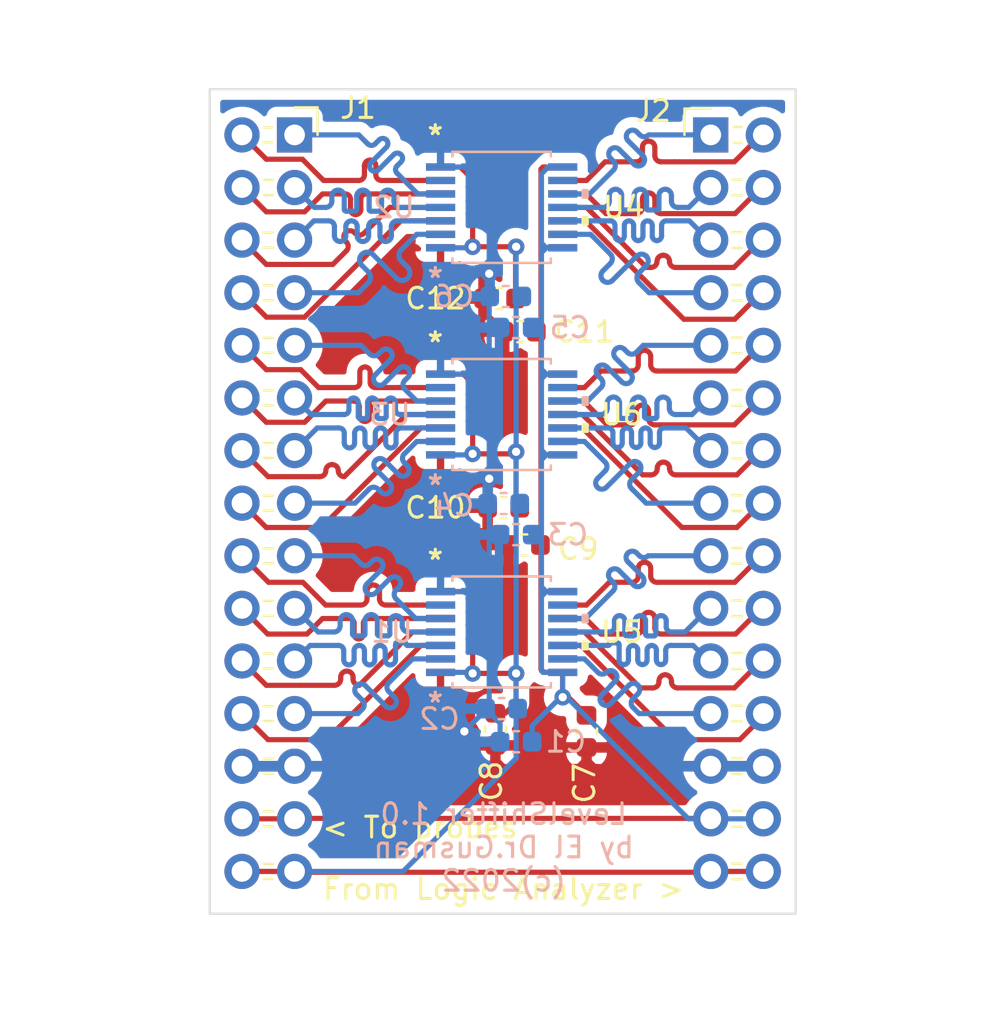
<source format=kicad_pcb>
(kicad_pcb (version 20211014) (generator pcbnew)
  (layers (0 "F.Cu" signal) (31 "B.Cu" signal) (34 "B.Paste" user) (35 "F.Paste" user) (36 "B.SilkS" user "B.Silkscreen") (37 "F.SilkS" user "F.Silkscreen") (38 "B.Mask" user) (39 "F.Mask" user) (44 "Edge.Cuts" user))
  (net 0 "")
  (net 1 "/CHAN_0_IN")
  (net 2 "/CHAN_1_IN")
  (net 3 "/CHAN_2_IN")
  (net 4 "/CHAN_3_IN")
  (net 5 "/CHAN_4_IN")
  (net 6 "/CHAN_5_IN")
  (net 7 "/CHAN_6_IN")
  (net 8 "/CHAN_7_IN")
  (net 9 "/CHAN_8_IN")
  (net 10 "/CHAN_9_IN")
  (net 11 "/CHAN_10_IN")
  (net 12 "/CHAN_11_IN")
  (net 13 "/GND")
  (net 14 "/3V3")
  (net 15 "/5V")
  (net 16 "/CHAN_0_OUT")
  (net 17 "/CHAN_1_OUT")
  (net 18 "/CHAN_2_OUT")
  (net 19 "/CHAN_3_OUT")
  (net 20 "/CHAN_4_OUT")
  (net 21 "/CHAN_5_OUT")
  (net 22 "/CHAN_6_OUT")
  (net 23 "/CHAN_7_OUT")
  (net 24 "/CHAN_8_OUT")
  (net 25 "/CHAN_9_OUT")
  (net 26 "/CHAN_10_OUT")
  (net 27 "/CHAN_11_OUT")
  (net 34 "/CHAN_23_IN")
  (net 35 "/CHAN_22_IN")
  (net 36 "/CHAN_21_IN")
  (net 37 "/CHAN_20_IN")
  (net 38 "/CHAN_19_IN")
  (net 39 "/CHAN_18_IN")
  (net 40 "/CHAN_17_IN")
  (net 41 "/CHAN_16_IN")
  (net 42 "/CHAN_15_IN")
  (net 43 "/CHAN_14_IN")
  (net 44 "/CHAN_13_IN")
  (net 45 "/CHAN_12_IN")
  (net 46 "/CHAN_23_OUT")
  (net 47 "/CHAN_22_OUT")
  (net 48 "/CHAN_21_OUT")
  (net 49 "/CHAN_20_OUT")
  (net 50 "/CHAN_19_OUT")
  (net 51 "/CHAN_18_OUT")
  (net 52 "/CHAN_17_OUT")
  (net 53 "/CHAN_16_OUT")
  (net 54 "/CHAN_15_OUT")
  (net 55 "/CHAN_14_OUT")
  (net 56 "/CHAN_13_OUT")
  (net 57 "/CHAN_12_OUT")
  (footprint "Connector_PinSocket_2.54mm:PinSocket_2x15_P2.54mm_Horizontal" (layer "F.Cu") (at 149.895 80)
    (fp_text reference "J1")
    (fp_text value "Conn_02x15_Odd_Even")
  )
  (footprint "Capacitor_SMD:C_0603_1608Metric" (layer "F.Cu") (at 163.995 108.8 -90)
    (fp_text reference "C7")
    (fp_text value "C")
  )
  (footprint "Capacitor_SMD:C_0603_1608Metric" (layer "F.Cu") (at 159.595 108.7 90)
    (fp_text reference "C8")
    (fp_text value "C")
  )
  (footprint "footprints:TXU0104PWR" (layer "F.Cu") (at 159.895 93.5)
    (fp_text reference "U6")
    (fp_text value "TXU0104PWR" hide)
  )
  (footprint "Capacitor_SMD:C_0603_1608Metric" (layer "F.Cu") (at 159.795 87.9)
    (fp_text reference "C12")
    (fp_text value "C")
  )
  (footprint "footprints:TXU0104PWR" (layer "F.Cu") (at 159.895 104)
    (fp_text reference "U5")
    (fp_text value "TXU0104PWR" hide)
  )
  (footprint "Capacitor_SMD:C_0603_1608Metric" (layer "F.Cu") (at 159.995 98)
    (fp_text reference "C10")
    (fp_text value "C")
  )
  (footprint "Connector_PinHeader_2.54mm:PinHeader_2x15_P2.54mm_Horizontal" (layer "F.Cu") (at 169.995 80)
    (fp_text reference "J2")
    (fp_text value "Conn_02x15_Odd_Even")
  )
  (footprint "footprints:TXU0104PWR" (layer "F.Cu") (at 159.895 83.5)
    (fp_text reference "U4")
    (fp_text value "TXU0104PWR" hide)
  )
  (footprint "Capacitor_SMD:C_0603_1608Metric" (layer "F.Cu") (at 160.995 99.8 180)
    (fp_text reference "C9")
    (fp_text value "C")
  )
  (footprint "Capacitor_SMD:C_0603_1608Metric" (layer "F.Cu") (at 160.795 89.5 180)
    (fp_text reference "C11")
    (fp_text value "C")
  )
  (footprint "Capacitor_SMD:C_0603_1608Metric" (layer "B.Cu") (at 160.095 87.8)
    (fp_text reference "C6")
    (fp_text value "C")
  )
  (footprint "footprints:TXU0104PWR" (layer "B.Cu") (at 159.895 83.5)
    (fp_text reference "U2")
    (fp_text value "TXU0104PWR" hide)
  )
  (footprint "Capacitor_SMD:C_0603_1608Metric" (layer "B.Cu") (at 159.895 107.7)
    (fp_text reference "C2")
    (fp_text value "C")
  )
  (footprint "Capacitor_SMD:C_0603_1608Metric" (layer "B.Cu") (at 159.995 97.8)
    (fp_text reference "C4")
    (fp_text value "C")
  )
  (footprint "footprints:TXU0104PWR" (layer "B.Cu") (at 159.895 104)
    (fp_text reference "U1")
    (fp_text value "TXU0104PWR" hide)
  )
  (footprint "Capacitor_SMD:C_0603_1608Metric" (layer "B.Cu") (at 160.595 89.3 180)
    (fp_text reference "C5")
    (fp_text value "C")
  )
  (footprint "Capacitor_SMD:C_0603_1608Metric" (layer "B.Cu") (at 160.595 99.3 180)
    (fp_text reference "C3")
    (fp_text value "C")
  )
  (footprint "Capacitor_SMD:C_0603_1608Metric" (layer "B.Cu") (at 160.595 109.3 180)
    (fp_text reference "C1")
    (fp_text value "C")
  )
  (footprint "footprints:TXU0104PWR" (layer "B.Cu") (at 159.895 93.5)
    (fp_text reference "U3")
    (fp_text value "TXU0104PWR" hide)
  )
  (gr_rect (start 145.795 117.6) (end 174.095 77.8) (layer "Edge.Cuts") (width 0.1) (fill none))
  (gr_text "LevelShifter 1.0\nby El Dr.Gusman\n(c)2022" (at 159.995 114.4) (layer "B.SilkS") (effects (font (size 1 1)) (justify mirror)))
  (gr_text "< To probes" (at 155.95 113.44) (layer "F.SilkS") (effects (font (size 1 1))))
  (gr_text "From Logic Analyzer >" (at 159.99 116.41) (layer "F.SilkS") (effects (font (size 1 1))))
  (segment (start 154.68331 80.95103) (end 154.491445 81.142895) (width 0.25) (layer "B.Cu") (net 1))
  (segment (start 153.592475 81.688309) (end 153.592474 81.688308) (width 0.25) (layer "B.Cu") (net 1))
  (segment (start 154.314668 81.319668) (end 153.946028 81.688308) (width 0.25) (layer "B.Cu") (net 1))
  (segment (start 156.945052 82.850014) (end 155.845014 82.850014) (width 0.25) (layer "B.Cu") (net 1))
  (segment (start 155.845014 82.850014) (end 154.845 81.85) (width 0.25) (layer "B.Cu") (net 1))
  (segment (start 154.844999 81.496446) (end 155.036863 81.304582) (width 0.25) (layer "B.Cu") (net 1))
  (segment (start 154.845 81.496448) (end 154.844999 81.496446) (width 0.25) (layer "B.Cu") (net 1))
  (segment (start 154.491445 81.142895) (end 154.314669 81.319671) (width 0.25) (layer "B.Cu") (net 1))
  (segment (start 153.430781 80.435784) (end 152.995 80) (width 0.25) (layer "B.Cu") (net 1))
  (segment (start 154.314669 81.319671) (end 154.314668 81.319668) (width 0.25) (layer "B.Cu") (net 1))
  (segment (start 153.592474 81.334754) (end 153.961115 80.966113) (width 0.25) (layer "B.Cu") (net 1))
  (segment (start 153.961115 80.966113) (end 154.329754 80.597474) (width 0.25) (layer "B.Cu") (net 1))
  (segment (start 152.995 80) (end 149.895 80) (width 0.25) (layer "B.Cu") (net 1))
  (segment (start 153.430782 80.435784) (end 153.430781 80.435784) (width 0.25) (layer "B.Cu") (net 1))
  (segment (start 155.036862 80.951029) (end 155.036864 80.95103) (width 0.25) (layer "B.Cu") (net 1))
  (segment (start 154.329755 80.243921) (end 154.329754 80.24392) (width 0.25) (layer "B.Cu") (net 1))
  (segment (start 153.9762 80.24392) (end 153.784335 80.435785) (width 0.25) (layer "B.Cu") (net 1))
  (arc (start 155.036864 80.95103) (mid 154.860087 80.877807) (end 154.68331 80.95103) (width 0.25) (layer "B.Cu") (net 1))
  (arc (start 153.946028 81.688308) (mid 153.769252 81.761532) (end 153.592475 81.688309) (width 0.25) (layer "B.Cu") (net 1))
  (arc (start 155.036863 81.304582) (mid 155.110086 81.127805) (end 155.036862 80.951029) (width 0.25) (layer "B.Cu") (net 1))
  (arc (start 154.329754 80.597474) (mid 154.402978 80.420698) (end 154.329755 80.243921) (width 0.25) (layer "B.Cu") (net 1))
  (arc (start 154.329754 80.24392) (mid 154.152977 80.170697) (end 153.9762 80.24392) (width 0.25) (layer "B.Cu") (net 1))
  (arc (start 153.784335 80.435785) (mid 153.607558 80.509008) (end 153.430782 80.435784) (width 0.25) (layer "B.Cu") (net 1))
  (arc (start 154.845 81.85) (mid 154.771776 81.673223) (end 154.845 81.496448) (width 0.25) (layer "B.Cu") (net 1))
  (arc (start 153.592474 81.688308) (mid 153.519251 81.511531) (end 153.592474 81.334754) (width 0.25) (layer "B.Cu") (net 1))
  (segment (start 152.295 83.5) (end 152.295 82.964591) (width 0.25) (layer "B.Cu") (net 2))
  (segment (start 152.802296 83.685409) (end 152.387704 83.685409) (width 0.25) (layer "B.Cu") (net 2))
  (segment (start 151.695 82.964591) (end 151.695 83.2) (width 0.25) (layer "B.Cu") (net 2))
  (segment (start 154.095 82.964591) (end 154.095 83.2) (width 0.25) (layer "B.Cu") (net 2))
  (segment (start 153.495 83.592705) (end 153.495 83.5) (width 0.25) (layer "B.Cu") (net 2))
  (segment (start 156.945052 83.5) (end 154.995 83.5) (width 0.25) (layer "B.Cu") (net 2))
  (segment (start 153.495 83.5) (end 153.495 82.964591) (width 0.25) (layer "B.Cu") (net 2))
  (segment (start 152.895 82.964591) (end 152.895 83.5) (width 0.25) (layer "B.Cu") (net 2))
  (segment (start 151.395 83.5) (end 150.855 83.5) (width 0.25) (layer "B.Cu") (net 2))
  (segment (start 154.002296 83.685409) (end 153.587704 83.685409) (width 0.25) (layer "B.Cu") (net 2))
  (segment (start 154.095 83.2) (end 154.095 83.592705) (width 0.25) (layer "B.Cu") (net 2))
  (segment (start 152.895 83.5) (end 152.895 83.592705) (width 0.25) (layer "B.Cu") (net 2))
  (segment (start 152.295 83.592705) (end 152.295 83.5) (width 0.25) (layer "B.Cu") (net 2))
  (segment (start 154.695 83.2) (end 154.695 82.964591) (width 0.25) (layer "B.Cu") (net 2))
  (segment (start 150.855 83.5) (end 149.895 82.54) (width 0.25) (layer "B.Cu") (net 2))
  (arc (start 153.495 82.964591) (mid 153.407132 82.752459) (end 153.195 82.664591) (width 0.25) (layer "B.Cu") (net 2))
  (arc (start 153.195 82.664591) (mid 152.982868 82.752459) (end 152.895 82.964591) (width 0.25) (layer "B.Cu") (net 2))
  (arc (start 154.395 82.664591) (mid 154.182868 82.752459) (end 154.095 82.964591) (width 0.25) (layer "B.Cu") (net 2))
  (arc (start 151.995 82.664591) (mid 151.782868 82.752459) (end 151.695 82.964591) (width 0.25) (layer "B.Cu") (net 2))
  (arc (start 152.387704 83.685409) (mid 152.322152 83.658257) (end 152.295 83.592705) (width 0.25) (layer "B.Cu") (net 2))
  (arc (start 154.695 82.964591) (mid 154.607132 82.752459) (end 154.395 82.664591) (width 0.25) (layer "B.Cu") (net 2))
  (arc (start 153.587704 83.685409) (mid 153.522152 83.658257) (end 153.495 83.592705) (width 0.25) (layer "B.Cu") (net 2))
  (arc (start 152.895 83.592705) (mid 152.867848 83.658257) (end 152.802296 83.685409) (width 0.25) (layer "B.Cu") (net 2))
  (arc (start 154.095 83.592705) (mid 154.067848 83.658257) (end 154.002296 83.685409) (width 0.25) (layer "B.Cu") (net 2))
  (arc (start 152.295 82.964591) (mid 152.207132 82.752459) (end 151.995 82.664591) (width 0.25) (layer "B.Cu") (net 2))
  (arc (start 151.695 83.2) (mid 151.607132 83.412132) (end 151.395 83.5) (width 0.25) (layer "B.Cu") (net 2))
  (arc (start 154.995 83.5) (mid 154.782868 83.412132) (end 154.695 83.2) (width 0.25) (layer "B.Cu") (net 2))
  (segment (start 151.820014 84.871816) (end 151.820014 84.424986) (width 0.25) (layer "B.Cu") (net 3))
  (segment (start 154.570014 84.424986) (end 154.570014 84.871816) (width 0.25) (layer "B.Cu") (net 3))
  (segment (start 153.470014 84.424986) (end 153.470014 84.871816) (width 0.25) (layer "B.Cu") (net 3))
  (segment (start 154.020014 84.871816) (end 154.020014 84.424986) (width 0.25) (layer "B.Cu") (net 3))
  (segment (start 156.945052 84.149986) (end 154.845014 84.149986) (width 0.25) (layer "B.Cu") (net 3))
  (segment (start 151.545014 84.149986) (end 150.825014 84.149986) (width 0.25) (layer "B.Cu") (net 3))
  (segment (start 152.920014 84.871816) (end 152.920014 84.424986) (width 0.25) (layer "B.Cu") (net 3))
  (segment (start 152.370014 84.424986) (end 152.370014 84.871816) (width 0.25) (layer "B.Cu") (net 3))
  (segment (start 150.825014 84.149986) (end 149.895 85.08) (width 0.25) (layer "B.Cu") (net 3))
  (arc (start 153.745014 84.149986) (mid 153.55056 84.230532) (end 153.470014 84.424986) (width 0.25) (layer "B.Cu") (net 3))
  (arc (start 152.095014 85.146816) (mid 151.90056 85.06627) (end 151.820014 84.871816) (width 0.25) (layer "B.Cu") (net 3))
  (arc (start 153.195014 85.146816) (mid 153.00056 85.06627) (end 152.920014 84.871816) (width 0.25) (layer "B.Cu") (net 3))
  (arc (start 152.370014 84.871816) (mid 152.289468 85.06627) (end 152.095014 85.146816) (width 0.25) (layer "B.Cu") (net 3))
  (arc (start 151.820014 84.424986) (mid 151.739468 84.230532) (end 151.545014 84.149986) (width 0.25) (layer "B.Cu") (net 3))
  (arc (start 154.845014 84.149986) (mid 154.65056 84.230532) (end 154.570014 84.424986) (width 0.25) (layer "B.Cu") (net 3))
  (arc (start 153.470014 84.871816) (mid 153.389468 85.06627) (end 153.195014 85.146816) (width 0.25) (layer "B.Cu") (net 3))
  (arc (start 152.645014 84.149986) (mid 152.45056 84.230532) (end 152.370014 84.424986) (width 0.25) (layer "B.Cu") (net 3))
  (arc (start 154.020014 84.424986) (mid 153.939468 84.230532) (end 153.745014 84.149986) (width 0.25) (layer "B.Cu") (net 3))
  (arc (start 154.570014 84.871816) (mid 154.489468 85.06627) (end 154.295014 85.146816) (width 0.25) (layer "B.Cu") (net 3))
  (arc (start 152.920014 84.424986) (mid 152.839468 84.230532) (end 152.645014 84.149986) (width 0.25) (layer "B.Cu") (net 3))
  (arc (start 154.295014 85.146816) (mid 154.10056 85.06627) (end 154.020014 84.871816) (width 0.25) (layer "B.Cu") (net 3))
  (segment (start 152.975 87.62) (end 149.895 87.62) (width 0.25) (layer "B.Cu") (net 4))
  (segment (start 153.276552 87.318448) (end 152.975 87.62) (width 0.25) (layer "B.Cu") (net 4))
  (segment (start 154.823613 86.919602) (end 154.823614 86.919603) (width 0.25) (layer "B.Cu") (net 4))
  (segment (start 154.823614 86.919603) (end 153.675399 85.771384) (width 0.25) (layer "B.Cu") (net 4))
  (segment (start 155.045 86.08033) (end 155.353944 86.389273) (width 0.25) (layer "B.Cu") (net 4))
  (segment (start 153.454012 87.140988) (end 153.276552 87.318448) (width 0.25) (layer "B.Cu") (net 4))
  (segment (start 153.145067 86.301716) (end 153.454012 86.610658) (width 0.25) (layer "B.Cu") (net 4))
  (segment (start 153.145068 86.301717) (end 153.145067 86.301716) (width 0.25) (layer "B.Cu") (net 4))
  (segment (start 156.945052 84.799972) (end 155.795028 84.799972) (width 0.25) (layer "B.Cu") (net 4))
  (segment (start 155.795028 84.799972) (end 155.045 85.55) (width 0.25) (layer "B.Cu") (net 4))
  (segment (start 155.045001 86.080331) (end 155.045 86.08033) (width 0.25) (layer "B.Cu") (net 4))
  (arc (start 155.353944 86.919603) (mid 155.088778 87.029438) (end 154.823613 86.919602) (width 0.25) (layer "B.Cu") (net 4))
  (arc (start 155.045 85.55) (mid 154.935165 85.815166) (end 155.045001 86.080331) (width 0.25) (layer "B.Cu") (net 4))
  (arc (start 153.454012 86.610658) (mid 153.563847 86.875823) (end 153.454012 87.140988) (width 0.25) (layer "B.Cu") (net 4))
  (arc (start 153.145067 85.771386) (mid 153.035233 86.036551) (end 153.145068 86.301717) (width 0.25) (layer "B.Cu") (net 4))
  (arc (start 155.353944 86.389273) (mid 155.463779 86.654438) (end 155.353944 86.919603) (width 0.25) (layer "B.Cu") (net 4))
  (arc (start 153.675399 85.771384) (mid 153.410232 85.661551) (end 153.145067 85.771386) (width 0.25) (layer "B.Cu") (net 4))
  (segment (start 153.798031 91.575644) (end 154.520644 90.85303) (width 0.25) (layer "B.Cu") (net 5))
  (segment (start 155.22 91.850736) (end 155.369175 91.701561) (width 0.25) (layer "B.Cu") (net 5))
  (segment (start 153.105 90.16) (end 149.895 90.16) (width 0.25) (layer "B.Cu") (net 5))
  (segment (start 155.795014 92.850014) (end 155.22 92.275) (width 0.25) (layer "B.Cu") (net 5))
  (segment (start 156.945052 92.850014) (end 155.795014 92.850014) (width 0.25) (layer "B.Cu") (net 5))
  (segment (start 154.944909 91.277296) (end 154.222295 91.999909) (width 0.25) (layer "B.Cu") (net 5))
  (segment (start 154.944909 91.277297) (end 154.944909 91.277296) (width 0.25) (layer "B.Cu") (net 5))
  (segment (start 153.522938 90.577941) (end 153.105 90.16) (width 0.25) (layer "B.Cu") (net 5))
  (segment (start 154.096378 90.428765) (end 153.947202 90.577941) (width 0.25) (layer "B.Cu") (net 5))
  (segment (start 154.096378 90.428766) (end 154.096378 90.428765) (width 0.25) (layer "B.Cu") (net 5))
  (segment (start 153.798031 91.575643) (end 153.798031 91.575644) (width 0.25) (layer "B.Cu") (net 5))
  (arc (start 155.369175 91.701561) (mid 155.457043 91.489429) (end 155.369175 91.277297) (width 0.25) (layer "B.Cu") (net 5))
  (arc (start 153.947202 90.577941) (mid 153.73507 90.665809) (end 153.522938 90.577941) (width 0.25) (layer "B.Cu") (net 5))
  (arc (start 154.222295 91.999909) (mid 154.010163 92.087777) (end 153.798031 91.999909) (width 0.25) (layer "B.Cu") (net 5))
  (arc (start 154.520644 90.85303) (mid 154.608512 90.640898) (end 154.520644 90.428766) (width 0.25) (layer "B.Cu") (net 5))
  (arc (start 155.22 92.275) (mid 155.132132 92.062868) (end 155.22 91.850736) (width 0.25) (layer "B.Cu") (net 5))
  (arc (start 153.798031 91.999909) (mid 153.710163 91.787776) (end 153.798031 91.575643) (width 0.25) (layer "B.Cu") (net 5))
  (arc (start 154.520644 90.428766) (mid 154.30851 90.340897) (end 154.096378 90.428766) (width 0.25) (layer "B.Cu") (net 5))
  (arc (start 155.369175 91.277297) (mid 155.157041 91.189428) (end 154.944909 91.277297) (width 0.25) (layer "B.Cu") (net 5))
  (segment (start 152.97 93.598142) (end 152.97 93.5) (width 0.25) (layer "B.Cu") (net 6))
  (segment (start 153.321858 93.696284) (end 153.068142 93.696284) (width 0.25) (layer "B.Cu") (net 6))
  (segment (start 151.9974 93.5) (end 150.695 93.5) (width 0.25) (layer "B.Cu") (net 6))
  (segment (start 152.97 93.5) (end 152.97 92.928716) (width 0.25) (layer "B.Cu") (net 6))
  (segment (start 154.77 93.275) (end 154.77 92.928716) (width 0.25) (layer "B.Cu") (net 6))
  (segment (start 153.42 92.928716) (end 153.42 93.5) (width 0.25) (layer "B.Cu") (net 6))
  (segment (start 154.221858 93.696284) (end 153.968142 93.696284) (width 0.25) (layer "B.Cu") (net 6))
  (segment (start 153.87 93.598142) (end 153.87 93.5) (width 0.25) (layer "B.Cu") (net 6))
  (segment (start 154.32 93.275) (end 154.32 93.598142) (width 0.25) (layer "B.Cu") (net 6))
  (segment (start 154.32 92.928716) (end 154.32 93.275) (width 0.25) (layer "B.Cu") (net 6))
  (segment (start 150.695 93.5) (end 149.895 92.7) (width 0.25) (layer "B.Cu") (net 6))
  (segment (start 153.87 93.5) (end 153.87 92.928716) (width 0.25) (layer "B.Cu") (net 6))
  (segment (start 152.52 92.928716) (end 152.52 93.275) (width 0.25) (layer "B.Cu") (net 6))
  (segment (start 152.295 93.5) (end 151.9974 93.5) (width 0.25) (layer "B.Cu") (net 6))
  (segment (start 153.42 93.5) (end 153.42 93.598142) (width 0.25) (layer "B.Cu") (net 6))
  (segment (start 156.945052 93.5) (end 154.995 93.5) (width 0.25) (layer "B.Cu") (net 6))
  (arc (start 153.968142 93.696284) (mid 153.898745 93.667539) (end 153.87 93.598142) (width 0.25) (layer "B.Cu") (net 6))
  (arc (start 154.995 93.5) (mid 154.835901 93.434099) (end 154.77 93.275) (width 0.25) (layer "B.Cu") (net 6))
  (arc (start 152.97 92.928716) (mid 152.904099 92.769617) (end 152.745 92.703716) (width 0.25) (layer "B.Cu") (net 6))
  (arc (start 153.42 93.598142) (mid 153.391255 93.667539) (end 153.321858 93.696284) (width 0.25) (layer "B.Cu") (net 6))
  (arc (start 154.32 93.598142) (mid 154.291255 93.667539) (end 154.221858 93.696284) (width 0.25) (layer "B.Cu") (net 6))
  (arc (start 152.52 93.275) (mid 152.454099 93.434099) (end 152.295 93.5) (width 0.25) (layer "B.Cu") (net 6))
  (arc (start 153.068142 93.696284) (mid 152.998745 93.667539) (end 152.97 93.598142) (width 0.25) (layer "B.Cu") (net 6))
  (arc (start 154.545 92.703716) (mid 154.385901 92.769617) (end 154.32 92.928716) (width 0.25) (layer "B.Cu") (net 6))
  (arc (start 152.745 92.703716) (mid 152.585901 92.769617) (end 152.52 92.928716) (width 0.25) (layer "B.Cu") (net 6))
  (arc (start 154.77 92.928716) (mid 154.704099 92.769617) (end 154.545 92.703716) (width 0.25) (layer "B.Cu") (net 6))
  (arc (start 153.87 92.928716) (mid 153.804099 92.769617) (end 153.645 92.703716) (width 0.25) (layer "B.Cu") (net 6))
  (arc (start 153.645 92.703716) (mid 153.485901 92.769617) (end 153.42 92.928716) (width 0.25) (layer "B.Cu") (net 6))
  (segment (start 152.045014 94.149986) (end 151.995014 94.149986) (width 0.25) (layer "B.Cu") (net 7))
  (segment (start 150.985014 94.149986) (end 149.895 95.24) (width 0.25) (layer "B.Cu") (net 7))
  (segment (start 152.795014 94.399986) (end 152.795014 94.864308) (width 0.25) (layer "B.Cu") (net 7))
  (segment (start 152.295014 94.864308) (end 152.295014 94.399986) (width 0.25) (layer "B.Cu") (net 7))
  (segment (start 156.945052 94.149986) (end 155.045014 94.149986) (width 0.25) (layer "B.Cu") (net 7))
  (segment (start 154.795014 94.399986) (end 154.795014 94.864308) (width 0.25) (layer "B.Cu") (net 7))
  (segment (start 153.795014 94.399986) (end 153.795014 94.864308) (width 0.25) (layer "B.Cu") (net 7))
  (segment (start 154.295014 94.864308) (end 154.295014 94.399986) (width 0.25) (layer "B.Cu") (net 7))
  (segment (start 153.295014 94.864308) (end 153.295014 94.399986) (width 0.25) (layer "B.Cu") (net 7))
  (segment (start 151.995014 94.149986) (end 150.985014 94.149986) (width 0.25) (layer "B.Cu") (net 7))
  (arc (start 153.795014 94.864308) (mid 153.721791 95.041085) (end 153.545014 95.114308) (width 0.25) (layer "B.Cu") (net 7))
  (arc (start 154.795014 94.864308) (mid 154.721791 95.041085) (end 154.545014 95.114308) (width 0.25) (layer "B.Cu") (net 7))
  (arc (start 152.545014 95.114308) (mid 152.368237 95.041085) (end 152.295014 94.864308) (width 0.25) (layer "B.Cu") (net 7))
  (arc (start 154.545014 95.114308) (mid 154.368237 95.041085) (end 154.295014 94.864308) (width 0.25) (layer "B.Cu") (net 7))
  (arc (start 152.795014 94.864308) (mid 152.721791 95.041085) (end 152.545014 95.114308) (width 0.25) (layer "B.Cu") (net 7))
  (arc (start 155.045014 94.149986) (mid 154.868237 94.223209) (end 154.795014 94.399986) (width 0.25) (layer "B.Cu") (net 7))
  (arc (start 153.045014 94.149986) (mid 152.868237 94.223209) (end 152.795014 94.399986) (width 0.25) (layer "B.Cu") (net 7))
  (arc (start 153.295014 94.399986) (mid 153.221791 94.223209) (end 153.045014 94.149986) (width 0.25) (layer "B.Cu") (net 7))
  (arc (start 154.295014 94.399986) (mid 154.221791 94.223209) (end 154.045014 94.149986) (width 0.25) (layer "B.Cu") (net 7))
  (arc (start 152.295014 94.399986) (mid 152.221791 94.223209) (end 152.045014 94.149986) (width 0.25) (layer "B.Cu") (net 7))
  (arc (start 153.545014 95.114308) (mid 153.368237 95.041085) (end 153.295014 94.864308) (width 0.25) (layer "B.Cu") (net 7))
  (arc (start 154.045014 94.149986) (mid 153.868237 94.223209) (end 153.795014 94.399986) (width 0.25) (layer "B.Cu") (net 7))
  (segment (start 155.795028 94.799972) (end 155.195 95.4) (width 0.25) (layer "B.Cu") (net 8))
  (segment (start 155.195001 95.824265) (end 155.195 95.824264) (width 0.25) (layer "B.Cu") (net 8))
  (segment (start 154.917552 96.395343) (end 154.235014 95.712801) (width 0.25) (layer "B.Cu") (net 8))
  (segment (start 153.810749 96.137068) (end 153.810748 96.137067) (width 0.25) (layer "B.Cu") (net 8))
  (segment (start 155.195 95.824264) (end 155.341816 95.971079) (width 0.25) (layer "B.Cu") (net 8))
  (segment (start 156.945052 94.799972) (end 155.795028 94.799972) (width 0.25) (layer "B.Cu") (net 8))
  (segment (start 153.810748 96.137067) (end 154.346475 96.67279) (width 0.25) (layer "B.Cu") (net 8))
  (segment (start 153.266217 97.328783) (end 152.815 97.78) (width 0.25) (layer "B.Cu") (net 8))
  (segment (start 152.815 97.78) (end 149.895 97.78) (width 0.25) (layer "B.Cu") (net 8))
  (segment (start 154.069026 97.243869) (end 153.922211 97.097053) (width 0.25) (layer "B.Cu") (net 8))
  (segment (start 154.917551 96.395342) (end 154.917552 96.395343) (width 0.25) (layer "B.Cu") (net 8))
  (segment (start 153.497947 97.097053) (end 153.266217 97.328783) (width 0.25) (layer "B.Cu") (net 8))
  (segment (start 154.346475 96.67279) (end 154.49329 96.819605) (width 0.25) (layer "B.Cu") (net 8))
  (segment (start 154.069025 97.243868) (end 154.069026 97.243869) (width 0.25) (layer "B.Cu") (net 8))
  (arc (start 154.49329 97.243869) (mid 154.281157 97.331737) (end 154.069025 97.243868) (width 0.25) (layer "B.Cu") (net 8))
  (arc (start 154.49329 96.819605) (mid 154.581158 97.031737) (end 154.49329 97.243869) (width 0.25) (layer "B.Cu") (net 8))
  (arc (start 153.810748 95.712803) (mid 153.722881 95.924935) (end 153.810749 96.137068) (width 0.25) (layer "B.Cu") (net 8))
  (arc (start 153.922211 97.097053) (mid 153.710079 97.009185) (end 153.497947 97.097053) (width 0.25) (layer "B.Cu") (net 8))
  (arc (start 155.195 95.4) (mid 155.107132 95.612133) (end 155.195001 95.824265) (width 0.25) (layer "B.Cu") (net 8))
  (arc (start 155.341816 95.971079) (mid 155.429684 96.183211) (end 155.341816 96.395343) (width 0.25) (layer "B.Cu") (net 8))
  (arc (start 154.235014 95.712801) (mid 154.02288 95.624935) (end 153.810748 95.712803) (width 0.25) (layer "B.Cu") (net 8))
  (arc (start 155.341816 96.395343) (mid 155.129683 96.483211) (end 154.917551 96.395342) (width 0.25) (layer "B.Cu") (net 8))
  (segment (start 154.795 101.975736) (end 154.927578 101.843158) (width 0.25) (layer "B.Cu") (net 9))
  (segment (start 154.503312 101.418893) (end 153.813892 102.108312) (width 0.25) (layer "B.Cu") (net 9))
  (segment (start 153.097938 100.702941) (end 152.828665 100.433665) (width 0.25) (layer "B.Cu") (net 9))
  (segment (start 154.503312 101.418894) (end 154.503312 101.418893) (width 0.25) (layer "B.Cu") (net 9))
  (segment (start 153.654781 100.570363) (end 153.654781 100.570362) (width 0.25) (layer "B.Cu") (net 9))
  (segment (start 152.715 100.32) (end 149.895 100.32) (width 0.25) (layer "B.Cu") (net 9))
  (segment (start 156.945052 103.350014) (end 155.745014 103.350014) (width 0.25) (layer "B.Cu") (net 9))
  (segment (start 153.389628 101.684047) (end 154.079047 100.994627) (width 0.25) (layer "B.Cu") (net 9))
  (segment (start 152.828665 100.433665) (end 152.715 100.32) (width 0.25) (layer "B.Cu") (net 9))
  (segment (start 153.654781 100.570362) (end 153.522202 100.702941) (width 0.25) (layer "B.Cu") (net 9))
  (segment (start 155.745014 103.350014) (end 154.795 102.4) (width 0.25) (layer "B.Cu") (net 9))
  (segment (start 153.389628 101.684046) (end 153.389628 101.684047) (width 0.25) (layer "B.Cu") (net 9))
  (arc (start 154.079047 100.570363) (mid 153.866913 100.482494) (end 153.654781 100.570363) (width 0.25) (layer "B.Cu") (net 9))
  (arc (start 154.079047 100.994627) (mid 154.166915 100.782495) (end 154.079047 100.570363) (width 0.25) (layer "B.Cu") (net 9))
  (arc (start 154.927578 101.843158) (mid 155.015446 101.631026) (end 154.927578 101.418894) (width 0.25) (layer "B.Cu") (net 9))
  (arc (start 154.795 102.4) (mid 154.707132 102.187868) (end 154.795 101.975736) (width 0.25) (layer "B.Cu") (net 9))
  (arc (start 153.813892 102.108312) (mid 153.60176 102.19618) (end 153.389628 102.108312) (width 0.25) (layer "B.Cu") (net 9))
  (arc (start 154.927578 101.418894) (mid 154.715444 101.331025) (end 154.503312 101.418894) (width 0.25) (layer "B.Cu") (net 9))
  (arc (start 153.522202 100.702941) (mid 153.31007 100.790809) (end 153.097938 100.702941) (width 0.25) (layer "B.Cu") (net 9))
  (arc (start 153.389628 102.108312) (mid 153.30176 101.896179) (end 153.389628 101.684046) (width 0.25) (layer "B.Cu") (net 9))
  (segment (start 153.895 104.093977) (end 153.895 104) (width 0.25) (layer "B.Cu") (net 10))
  (segment (start 152.695 104.093977) (end 152.695 104) (width 0.25) (layer "B.Cu") (net 10))
  (segment (start 156.945052 104) (end 155.395 104) (width 0.25) (layer "B.Cu") (net 10))
  (segment (start 152.095 103.462047) (end 152.095 103.7) (width 0.25) (layer "B.Cu") (net 10))
  (segment (start 153.201024 104.187953) (end 152.788976 104.187953) (width 0.25) (layer "B.Cu") (net 10))
  (segment (start 151.035 104) (end 149.895 102.86) (width 0.25) (layer "B.Cu") (net 10))
  (segment (start 153.895 104) (end 153.895 103.462047) (width 0.25) (layer "B.Cu") (net 10))
  (segment (start 151.795 104) (end 151.247059 104) (width 0.25) (layer "B.Cu") (net 10))
  (segment (start 154.495 103.7) (end 154.495 104.093977) (width 0.25) (layer "B.Cu") (net 10))
  (segment (start 151.247059 104) (end 151.035 104) (width 0.25) (layer "B.Cu") (net 10))
  (segment (start 154.495 103.512047) (end 154.495 103.7) (width 0.25) (layer "B.Cu") (net 10))
  (segment (start 155.095 103.7) (end 155.095 103.512047) (width 0.25) (layer "B.Cu") (net 10))
  (segment (start 154.401024 104.187953) (end 153.988976 104.187953) (width 0.25) (layer "B.Cu") (net 10))
  (segment (start 153.295 103.462047) (end 153.295 104) (width 0.25) (layer "B.Cu") (net 10))
  (segment (start 152.695 104) (end 152.695 103.462047) (width 0.25) (layer "B.Cu") (net 10))
  (segment (start 153.295 104) (end 153.295 104.093977) (width 0.25) (layer "B.Cu") (net 10))
  (arc (start 152.695 103.462047) (mid 152.607132 103.249915) (end 152.395 103.162047) (width 0.25) (layer "B.Cu") (net 10))
  (arc (start 154.795 103.212047) (mid 154.582868 103.299915) (end 154.495 103.512047) (width 0.25) (layer "B.Cu") (net 10))
  (arc (start 155.395 104) (mid 155.182868 103.912132) (end 155.095 103.7) (width 0.25) (layer "B.Cu") (net 10))
  (arc (start 152.095 103.7) (mid 152.007132 103.912132) (end 151.795 104) (width 0.25) (layer "B.Cu") (net 10))
  (arc (start 153.988976 104.187953) (mid 153.922525 104.160428) (end 153.895 104.093977) (width 0.25) (layer "B.Cu") (net 10))
  (arc (start 152.395 103.162047) (mid 152.182868 103.249915) (end 152.095 103.462047) (width 0.25) (layer "B.Cu") (net 10))
  (arc (start 153.295 104.093977) (mid 153.267475 104.160428) (end 153.201024 104.187953) (width 0.25) (layer "B.Cu") (net 10))
  (arc (start 153.895 103.462047) (mid 153.807132 103.249915) (end 153.595 103.162047) (width 0.25) (layer "B.Cu") (net 10))
  (arc (start 152.788976 104.187953) (mid 152.722525 104.160428) (end 152.695 104.093977) (width 0.25) (layer "B.Cu") (net 10))
  (arc (start 154.495 104.093977) (mid 154.467475 104.160428) (end 154.401024 104.187953) (width 0.25) (layer "B.Cu") (net 10))
  (arc (start 153.595 103.162047) (mid 153.382868 103.249915) (end 153.295 103.462047) (width 0.25) (layer "B.Cu") (net 10))
  (arc (start 155.095 103.512047) (mid 155.007132 103.299915) (end 154.795 103.212047) (width 0.25) (layer "B.Cu") (net 10))
  (segment (start 155.275215 104.580215) (end 155.275215 104.580214) (width 0.25) (layer "B.Cu") (net 11))
  (segment (start 154.269986 105.339529) (end 154.269986 104.899986) (width 0.25) (layer "B.Cu") (net 11))
  (segment (start 154.775215 104.580214) (end 154.775215 104.580215) (width 0.25) (layer "B.Cu") (net 11))
  (segment (start 154.775215 104.649986) (end 154.769986 104.649986) (width 0.25) (layer "B.Cu") (net 11))
  (segment (start 153.769986 104.899986) (end 153.769986 105.339529) (width 0.25) (layer "B.Cu") (net 11))
  (segment (start 150.949268 104.649986) (end 150.645014 104.649986) (width 0.25) (layer "B.Cu") (net 11))
  (segment (start 150.645014 104.649986) (end 149.895 105.4) (width 0.25) (layer "B.Cu") (net 11))
  (segment (start 152.769986 104.899986) (end 152.769986 105.339529) (width 0.25) (layer "B.Cu") (net 11))
  (segment (start 156.945052 104.649986) (end 155.344986 104.649986) (width 0.25) (layer "B.Cu") (net 11))
  (segment (start 153.269986 105.339529) (end 153.269986 104.899986) (width 0.25) (layer "B.Cu") (net 11))
  (segment (start 152.269986 105.339529) (end 152.269986 104.899986) (width 0.25) (layer "B.Cu") (net 11))
  (segment (start 154.769986 104.649986) (end 154.769986 105.339529) (width 0.25) (layer "B.Cu") (net 11))
  (segment (start 155.205444 104.510443) (end 154.844986 104.510443) (width 0.25) (layer "B.Cu") (net 11))
  (segment (start 152.019986 104.649986) (end 150.949268 104.649986) (width 0.25) (layer "B.Cu") (net 11))
  (segment (start 154.775215 104.580215) (end 154.775215 104.649986) (width 0.25) (layer "B.Cu") (net 11))
  (arc (start 153.019986 104.649986) (mid 152.843209 104.723209) (end 152.769986 104.899986) (width 0.25) (layer "B.Cu") (net 11))
  (arc (start 153.769986 105.339529) (mid 153.696763 105.516306) (end 153.519986 105.589529) (width 0.25) (layer "B.Cu") (net 11))
  (arc (start 152.519986 105.589529) (mid 152.343209 105.516306) (end 152.269986 105.339529) (width 0.25) (layer "B.Cu") (net 11))
  (arc (start 154.844986 104.510443) (mid 154.79565 104.530878) (end 154.775215 104.580214) (width 0.25) (layer "B.Cu") (net 11))
  (arc (start 154.519986 105.589529) (mid 154.343209 105.516306) (end 154.269986 105.339529) (width 0.25) (layer "B.Cu") (net 11))
  (arc (start 155.344986 104.649986) (mid 155.29565 104.629551) (end 155.275215 104.580215) (width 0.25) (layer "B.Cu") (net 11))
  (arc (start 152.269986 104.899986) (mid 152.196763 104.723209) (end 152.019986 104.649986) (width 0.25) (layer "B.Cu") (net 11))
  (arc (start 154.769986 105.339529) (mid 154.696763 105.516306) (end 154.519986 105.589529) (width 0.25) (layer "B.Cu") (net 11))
  (arc (start 153.519986 105.589529) (mid 153.343209 105.516306) (end 153.269986 105.339529) (width 0.25) (layer "B.Cu") (net 11))
  (arc (start 152.769986 105.339529) (mid 152.696763 105.516306) (end 152.519986 105.589529) (width 0.25) (layer "B.Cu") (net 11))
  (arc (start 155.275215 104.580214) (mid 155.25478 104.530878) (end 155.205444 104.510443) (width 0.25) (layer "B.Cu") (net 11))
  (arc (start 154.019986 104.649986) (mid 153.843209 104.723209) (end 153.769986 104.899986) (width 0.25) (layer "B.Cu") (net 11))
  (arc (start 153.269986 104.899986) (mid 153.196763 104.723209) (end 153.019986 104.649986) (width 0.25) (layer "B.Cu") (net 11))
  (arc (start 154.269986 104.899986) (mid 154.196763 104.723209) (end 154.019986 104.649986) (width 0.25) (layer "B.Cu") (net 11))
  (segment (start 154.445001 106.874265) (end 154.445 106.874264) (width 0.25) (layer "B.Cu") (net 12))
  (segment (start 154.445 106.874264) (end 154.727843 107.157106) (width 0.25) (layer "B.Cu") (net 12))
  (segment (start 154.303579 107.58137) (end 153.313632 106.591419) (width 0.25) (layer "B.Cu") (net 12))
  (segment (start 155.595028 105.299972) (end 154.445 106.45) (width 0.25) (layer "B.Cu") (net 12))
  (segment (start 153.17221 107.72279) (end 152.955 107.94) (width 0.25) (layer "B.Cu") (net 12))
  (segment (start 152.889367 107.015686) (end 152.889366 107.015685) (width 0.25) (layer "B.Cu") (net 12))
  (segment (start 152.955 107.94) (end 149.895 107.94) (width 0.25) (layer "B.Cu") (net 12))
  (segment (start 156.945052 105.299972) (end 155.595028 105.299972) (width 0.25) (layer "B.Cu") (net 12))
  (segment (start 152.889366 107.015685) (end 153.17221 107.298526) (width 0.25) (layer "B.Cu") (net 12))
  (segment (start 154.303578 107.581369) (end 154.303579 107.58137) (width 0.25) (layer "B.Cu") (net 12))
  (arc (start 154.445 106.45) (mid 154.357132 106.662133) (end 154.445001 106.874265) (width 0.25) (layer "B.Cu") (net 12))
  (arc (start 153.313632 106.591419) (mid 153.101498 106.503553) (end 152.889366 106.591421) (width 0.25) (layer "B.Cu") (net 12))
  (arc (start 153.17221 107.298526) (mid 153.260078 107.510658) (end 153.17221 107.72279) (width 0.25) (layer "B.Cu") (net 12))
  (arc (start 154.727843 107.157106) (mid 154.815711 107.369238) (end 154.727843 107.58137) (width 0.25) (layer "B.Cu") (net 12))
  (arc (start 154.727843 107.58137) (mid 154.51571 107.669238) (end 154.303578 107.581369) (width 0.25) (layer "B.Cu") (net 12))
  (arc (start 152.889366 106.591421) (mid 152.801499 106.803553) (end 152.889367 107.015686) (width 0.25) (layer "B.Cu") (net 12))
  (segment (start 159.195 110.5) (end 158.995 110.5) (width 0.25) (layer "F.Cu") (net 13))
  (segment (start 159.295 87.625) (end 159.02 87.9) (width 0.25) (layer "F.Cu") (net 13))
  (segment (start 157.495 86.7) (end 159.295 86.7) (width 0.25) (layer "F.Cu") (net 13))
  (segment (start 164.395 110.5) (end 164.495 110.5) (width 0.25) (layer "F.Cu") (net 13))
  (segment (start 163.995 110.1) (end 163.995 110.5) (width 0.25) (layer "F.Cu") (net 13))
  (segment (start 159.295 86.7) (end 159.295 87.625) (width 0.25) (layer "F.Cu") (net 13))
  (segment (start 159.495 110.5) (end 158.995 110.5) (width 0.25) (layer "F.Cu") (net 13))
  (segment (start 157.395 96.6) (end 159.295 96.6) (width 0.25) (layer "F.Cu") (net 13))
  (segment (start 163.395 110.5) (end 159.995 110.5) (width 0.25) (layer "F.Cu") (net 13))
  (segment (start 159.595 110.1) (end 159.595 110.4) (width 0.25) (layer "F.Cu") (net 13))
  (segment (start 159.095 99.1) (end 159.095 98.125) (width 0.25) (layer "F.Cu") (net 13))
  (segment (start 156.945052 95.449958) (end 156.945052 96.150052) (width 0.25) (layer "F.Cu") (net 13))
  (segment (start 159.595 110.4) (end 159.495 110.5) (width 0.25) (layer "F.Cu") (net 13))
  (segment (start 163.995 110.1) (end 163.595 110.5) (width 0.25) (layer "F.Cu") (net 13))
  (segment (start 163.995 110.5) (end 163.395 110.5) (width 0.25) (layer "F.Cu") (net 13))
  (segment (start 159.02 88.5) (end 160.02 89.5) (width 0.25) (layer "F.Cu") (net 13))
  (segment (start 164.495 110.5) (end 163.995 110.5) (width 0.25) (layer "F.Cu") (net 13))
  (segment (start 158.995 110.5) (end 149.915 110.5) (width 0.25) (layer "F.Cu") (net 13))
  (segment (start 159.595 109.475) (end 159.595 110.1) (width 0.25) (layer "F.Cu") (net 13))
  (segment (start 159.595 110.1) (end 159.195 110.5) (width 0.25) (layer "F.Cu") (net 13))
  (segment (start 156.945052 96.150052) (end 157.395 96.6) (width 0.25) (layer "F.Cu") (net 13))
  (segment (start 169.895 110.48) (end 169.875 110.5) (width 0.25) (layer "F.Cu") (net 13))
  (segment (start 156.945052 85.449958) (end 156.945052 86.150052) (width 0.25) (layer "F.Cu") (net 13))
  (segment (start 160.22 99.8) (end 159.795 99.8) (width 0.25) (layer "F.Cu") (net 13))
  (segment (start 159.22 98) (end 159.22 96.675) (width 0.25) (layer "F.Cu") (net 13))
  (segment (start 172.435 110.48) (end 169.895 110.48) (width 0.25) (layer "F.Cu") (net 13))
  (segment (start 159.995 110.5) (end 159.495 110.5) (width 0.25) (layer "F.Cu") (net 13))
  (segment (start 159.095 98.125) (end 159.22 98) (width 0.25) (layer "F.Cu") (net 13))
  (segment (start 159.22 96.675) (end 159.295 96.6) (width 0.25) (layer "F.Cu") (net 13))
  (segment (start 158.095 108.8) (end 156.945052 107.650052) (width 0.25) (layer "F.Cu") (net 13))
  (segment (start 159.595 110.1) (end 159.995 110.5) (width 0.25) (layer "F.Cu") (net 13))
  (segment (start 163.995 110.1) (end 164.395 110.5) (width 0.25) (layer "F.Cu") (net 13))
  (segment (start 159.795 99.8) (end 159.095 99.1) (width 0.25) (layer "F.Cu") (net 13))
  (segment (start 163.995 109.575) (end 163.995 110.1) (width 0.25) (layer "F.Cu") (net 13))
  (segment (start 156.945052 86.150052) (end 157.495 86.7) (width 0.25) (layer "F.Cu") (net 13))
  (segment (start 156.945052 107.650052) (end 156.945052 105.949958) (width 0.25) (layer "F.Cu") (net 13))
  (segment (start 159.02 87.9) (end 159.02 88.5) (width 0.25) (layer "F.Cu") (net 13))
  (segment (start 149.915 110.5) (end 149.895 110.48) (width 0.25) (layer "F.Cu") (net 13))
  (segment (start 163.595 110.5) (end 163.395 110.5) (width 0.25) (layer "F.Cu") (net 13))
  (segment (start 169.875 110.5) (end 164.495 110.5) (width 0.25) (layer "F.Cu") (net 13))
  (via (at 159.295 96.6) (size 0.8) (drill 0.4) (layers "F.Cu" "B.Cu") (net 13))
  (via (at 159.295 86.7) (size 0.8) (drill 0.4) (layers "F.Cu" "B.Cu") (net 13))
  (via (at 158.095 108.8) (size 0.8) (drill 0.4) (layers "F.Cu" "B.Cu") (net 13))
  (segment (start 159.295 102.1) (end 159.295 96.6) (width 0.25) (layer "B.Cu") (net 13))
  (segment (start 159.295 96.6) (end 159.295 91.6) (width 0.25) (layer "B.Cu") (net 13))
  (segment (start 159.295 91.6) (end 159.295 86.7) (width 0.25) (layer "B.Cu") (net 13))
  (segment (start 149.895 110.48) (end 156.415 110.48) (width 0.25) (layer "B.Cu") (net 13))
  (segment (start 159.245042 91.550042) (end 159.295 91.6) (width 0.25) (layer "B.Cu") (net 13))
  (segment (start 156.945052 91.550042) (end 159.245042 91.550042) (width 0.25) (layer "B.Cu") (net 13))
  (segment (start 159.82 109.3) (end 159.82 108.4) (width 0.25) (layer "B.Cu") (net 13))
  (segment (start 159.295 86.7) (end 159.295 82.7) (width 0.25) (layer "B.Cu") (net 13))
  (segment (start 159.295 82.7) (end 158.145042 81.550042) (width 0.25) (layer "B.Cu") (net 13))
  (segment (start 159.295 107.6) (end 159.295 102.1) (width 0.25) (layer "B.Cu") (net 13))
  (segment (start 158.145042 81.550042) (end 156.945052 81.550042) (width 0.25) (layer "B.Cu") (net 13))
  (segment (start 156.415 110.48) (end 159.295 107.6) (width 0.25) (layer "B.Cu") (net 13))
  (segment (start 156.945052 102.050042) (end 159.245042 102.050042) (width 0.25) (layer "B.Cu") (net 13))
  (segment (start 159.245042 102.050042) (end 159.295 102.1) (width 0.25) (layer "B.Cu") (net 13))
  (segment (start 159.82 108.4) (end 159.12 107.7) (width 0.25) (layer "B.Cu") (net 13))
  (segment (start 161.795 91.8) (end 161.795 95.2) (width 0.25) (layer "F.Cu") (net 14))
  (segment (start 169.875 113) (end 169.895 113.02) (width 0.25) (layer "F.Cu") (net 14))
  (segment (start 162.844948 102.050042) (end 162.045042 102.050042) (width 0.25) (layer "F.Cu") (net 14))
  (segment (start 147.355 113.02) (end 149.895 113.02) (width 0.25) (layer "F.Cu") (net 14))
  (segment (start 161.795 91.5) (end 161.795 91.8) (width 0.25) (layer "F.Cu") (net 14))
  (segment (start 162.844948 95.449958) (end 162.045042 95.449958) (width 0.25) (layer "F.Cu") (net 14))
  (segment (start 161.795 95.7) (end 161.795 95.8) (width 0.25) (layer "F.Cu") (net 14))
  (segment (start 163.119948 107.149948) (end 163.995 108.025) (width 0.25) (layer "F.Cu") (net 14))
  (segment (start 161.844958 102.050042) (end 161.795 102.1) (width 0.25) (layer "F.Cu") (net 14))
  (segment (start 162.045042 91.550042) (end 161.845042 91.550042) (width 0.25) (layer "F.Cu") (net 14))
  (segment (start 149.895 113.02) (end 149.915 113) (width 0.25) (layer "F.Cu") (net 14))
  (segment (start 161.795 91.3) (end 161.795 91.5) (width 0.25) (layer "F.Cu") (net 14))
  (segment (start 161.795 101.8) (end 161.795 102.1) (width 0.25) (layer "F.Cu") (net 14))
  (segment (start 162.844948 107.149948) (end 163.119948 107.149948) (width 0.25) (layer "F.Cu") (net 14))
  (segment (start 161.795 85.4) (end 161.795 85.7) (width 0.25) (layer "F.Cu") (net 14))
  (segment (start 161.795 102.1) (end 161.795 102.3) (width 0.25) (layer "F.Cu") (net 14))
  (segment (start 161.844958 85.449958) (end 161.795 85.4) (width 0.25) (layer "F.Cu") (net 14))
  (segment (start 161.795 95.4) (end 161.795 95.8) (width 0.25) (layer "F.Cu") (net 14))
  (segment (start 161.795 81.647941) (end 161.795 85.2) (width 0.25) (layer "F.Cu") (net 14))
  (segment (start 161.892899 81.550042) (end 161.795 81.647941) (width 0.25) (layer "F.Cu") (net 14))
  (segment (start 161.795 102.3) (end 161.795 105.8) (width 0.25) (layer "F.Cu") (net 14))
  (segment (start 149.915 113) (end 169.875 113) (width 0.25) (layer "F.Cu") (net 14))
  (segment (start 161.844958 95.449958) (end 161.795 95.4) (width 0.25) (layer "F.Cu") (net 14))
  (segment (start 162.045042 95.449958) (end 161.844958 95.449958) (width 0.25) (layer "F.Cu") (net 14))
  (segment (start 161.944958 105.949958) (end 162.844948 105.949958) (width 0.25) (layer "F.Cu") (net 14))
  (segment (start 162.044958 85.449958) (end 162.044958 85.450042) (width 0.25) (layer "F.Cu") (net 14))
  (segment (start 162.044958 91.550042) (end 162.044958 91.549958) (width 0.25) (layer "F.Cu") (net 14))
  (segment (start 162.045042 95.449958) (end 162.044958 95.449958) (width 0.25) (layer "F.Cu") (net 14))
  (segment (start 162.044958 85.450042) (end 161.795 85.7) (width 0.25) (layer "F.Cu") (net 14))
  (segment (start 162.844948 85.449958) (end 161.844958 85.449958) (width 0.25) (layer "F.Cu") (net 14))
  (segment (start 162.844948 81.550042) (end 161.892899 81.550042) (width 0.25) (layer "F.Cu") (net 14))
  (segment (start 162.044958 91.550042) (end 161.795 91.8) (width 0.25) (layer "F.Cu") (net 14))
  (segment (start 162.044958 102.050042) (end 161.795 102.3) (width 0.25) (layer "F.Cu") (net 14))
  (segment (start 162.044958 91.549958) (end 161.795 91.3) (width 0.25) (layer "F.Cu") (net 14))
  (segment (start 161.845042 91.550042) (end 161.795 91.5) (width 0.25) (layer "F.Cu") (net 14))
  (segment (start 161.795 85.7) (end 161.795 91.3) (width 0.25) (layer "F.Cu") (net 14))
  (segment (start 162.045042 91.550042) (end 162.044958 91.550042) (width 0.25) (layer "F.Cu") (net 14))
  (segment (start 162.044958 85.449958) (end 161.795 85.2) (width 0.25) (layer "F.Cu") (net 14))
  (segment (start 162.844948 105.949958) (end 162.844948 107.149948) (width 0.25) (layer "F.Cu") (net 14))
  (segment (start 162.844948 91.550042) (end 162.045042 91.550042) (width 0.25) (layer "F.Cu") (net 14))
  (segment (start 162.045042 102.050042) (end 162.044958 102.050042) (width 0.25) (layer "F.Cu") (net 14))
  (segment (start 161.795 105.8) (end 161.944958 105.949958) (width 0.25) (layer "F.Cu") (net 14))
  (segment (start 162.045042 102.050042) (end 161.844958 102.050042) (width 0.25) (layer "F.Cu") (net 14))
  (segment (start 162.045042 95.449958) (end 161.795 95.7) (width 0.25) (layer "F.Cu") (net 14))
  (segment (start 162.045042 102.050042) (end 161.795 101.8) (width 0.25) (layer "F.Cu") (net 14))
  (segment (start 161.795 85.2) (end 161.795 85.4) (width 0.25) (layer "F.Cu") (net 14))
  (segment (start 161.795 95.8) (end 161.795 101.8) (width 0.25) (layer "F.Cu") (net 14))
  (segment (start 161.795 95.2) (end 161.795 95.4) (width 0.25) (layer "F.Cu") (net 14))
  (segment (start 162.044958 95.449958) (end 161.795 95.2) (width 0.25) (layer "F.Cu") (net 14))
  (via (at 162.844948 107.149948) (size 0.8) (drill 0.4) (layers "F.Cu" "B.Cu") (net 14))
  (segment (start 161.818388 85.223388) (end 161.818388 81.876612) (width 0.25) (layer "B.Cu") (net 14))
  (segment (start 161.818388 105.875447) (end 161.818388 102.276612) (width 0.25) (layer "B.Cu") (net 14))
  (segment (start 162.844948 102.050042) (end 162.044958 102.050042) (width 0.25) (layer "B.Cu") (net 14))
  (segment (start 162.045042 85.449958) (end 162.044958 85.449958) (width 0.25) (layer "B.Cu") (net 14))
  (segment (start 161.818388 101.823388) (end 161.818388 95.676612) (width 0.25) (layer "B.Cu") (net 14))
  (segment (start 161.891734 91.550042) (end 161.818388 91.623388) (width 0.25) (layer "B.Cu") (net 14))
  (segment (start 162.044958 102.049958) (end 161.818388 101.823388) (width 0.25) (layer "B.Cu") (net 14))
  (segment (start 161.818388 95.223388) (end 161.818388 95.123388) (width 0.25) (layer "B.Cu") (net 14))
  (segment (start 162.844948 107.149948) (end 162.844948 105.949958) (width 0.25) (layer "B.Cu") (net 14))
  (segment (start 161.818388 91.876612) (end 161.818388 91.623388) (width 0.25) (layer "B.Cu") (net 14))
  (segment (start 162.044958 95.449958) (end 161.818388 95.223388) (width 0.25) (layer "B.Cu") (net 14))
  (segment (start 161.891734 95.449958) (end 161.818388 95.376612) (width 0.25) (layer "B.Cu") (net 14))
  (segment (start 162.045042 85.449958) (end 161.871612 85.623388) (width 0.25) (layer "B.Cu") (net 14))
  (segment (start 162.044958 102.049958) (end 162.044958 102.050042) (width 0.25) (layer "B.Cu") (net 14))
  (segment (start 161.818388 95.123388) (end 161.818388 91.876612) (width 0.25) (layer "B.Cu") (net 14))
  (segment (start 161.818388 95.376612) (end 161.818388 95.123388) (width 0.25) (layer "B.Cu") (net 14))
  (segment (start 172.435 113.02) (end 169.895 113.02) (width 0.25) (layer "B.Cu") (net 14))
  (segment (start 162.045042 85.449958) (end 161.845042 85.449958) (width 0.25) (layer "B.Cu") (net 14))
  (segment (start 161.818388 91.323388) (end 161.818388 85.623388) (width 0.25) (layer "B.Cu") (net 14))
  (segment (start 162.844948 105.949958) (end 161.892899 105.949958) (width 0.25) (layer "B.Cu") (net 14))
  (segment (start 162.044958 95.449958) (end 162.044958 95.450042) (width 0.25) (layer "B.Cu") (net 14))
  (segment (start 161.37 108.524948) (end 162.745 107.149948) (width 0.25) (layer "B.Cu") (net 14))
  (segment (start 162.745 107.149948) (end 162.844948 107.149948) (width 0.25) (layer "B.Cu") (net 14))
  (segment (start 162.844948 91.550042) (end 162.044958 91.550042) (width 0.25) (layer "B.Cu") (net 14))
  (segment (start 163.044948 107.149948) (end 162.844948 107.149948) (width 0.25) (layer "B.Cu") (net 14))
  (segment (start 162.044958 95.449958) (end 161.891734 95.449958) (width 0.25) (layer "B.Cu") (net 14))
  (segment (start 162.844948 95.449958) (end 162.044958 95.449958) (width 0.25) (layer "B.Cu") (net 14))
  (segment (start 168.915 113.02) (end 163.044948 107.149948) (width 0.25) (layer "B.Cu") (net 14))
  (segment (start 161.37 109.3) (end 161.37 108.524948) (width 0.25) (layer "B.Cu") (net 14))
  (segment (start 161.818388 85.476612) (end 161.818388 85.223388) (width 0.25) (layer "B.Cu") (net 14))
  (segment (start 161.818388 101.976612) (end 161.818388 101.823388) (width 0.25) (layer "B.Cu") (net 14))
  (segment (start 162.844948 85.449958) (end 162.045042 85.449958) (width 0.25) (layer "B.Cu") (net 14))
  (segment (start 161.818388 91.776612) (end 161.818388 91.876612) (width 0.25) (layer "B.Cu") (net 14))
  (segment (start 162.044958 85.449958) (end 161.818388 85.223388) (width 0.25) (layer "B.Cu") (net 14))
  (segment (start 161.818388 91.623388) (end 161.818388 91.323388) (width 0.25) (layer "B.Cu") (net 14))
  (segment (start 162.044958 102.050042) (end 161.891818 102.050042) (width 0.25) (layer "B.Cu") (net 14))
  (segment (start 162.044958 91.550042) (end 161.891734 91.550042) (width 0.25) (layer "B.Cu") (net 14))
  (segment (start 162.044958 102.050042) (end 161.818388 102.276612) (width 0.25) (layer "B.Cu") (net 14))
  (segment (start 162.044958 95.450042) (end 161.818388 95.676612) (width 0.25) (layer "B.Cu") (net 14))
  (segment (start 161.818388 102.276612) (end 161.818388 101.976612) (width 0.25) (layer "B.Cu") (net 14))
  (segment (start 161.891818 102.050042) (end 161.818388 101.976612) (width 0.25) (layer "B.Cu") (net 14))
  (segment (start 161.892899 105.949958) (end 161.818388 105.875447) (width 0.25) (layer "B.Cu") (net 14))
  (segment (start 162.044958 91.550042) (end 161.818388 91.776612) (width 0.25) (layer "B.Cu") (net 14))
  (segment (start 161.845042 85.449958) (end 161.818388 85.476612) (width 0.25) (layer "B.Cu") (net 14))
  (segment (start 162.144958 81.550042) (end 162.844948 81.550042) (width 0.25) (layer "B.Cu") (net 14))
  (segment (start 161.871612 85.623388) (end 161.818388 85.623388) (width 0.25) (layer "B.Cu") (net 14))
  (segment (start 161.818388 85.623388) (end 161.818388 85.476612) (width 0.25) (layer "B.Cu") (net 14))
  (segment (start 161.818388 95.676612) (end 161.818388 95.376612) (width 0.25) (layer "B.Cu") (net 14))
  (segment (start 162.044958 91.549958) (end 161.818388 91.323388) (width 0.25) (layer "B.Cu") (net 14))
  (segment (start 162.044958 91.550042) (end 162.044958 91.549958) (width 0.25) (layer "B.Cu") (net 14))
  (segment (start 161.818388 81.876612) (end 162.144958 81.550042) (width 0.25) (layer "B.Cu") (net 14))
  (segment (start 169.895 113.02) (end 168.915 113.02) (width 0.25) (layer "B.Cu") (net 14))
  (segment (start 158.045042 91.550042) (end 158.495 92) (width 0.25) (layer "F.Cu") (net 15))
  (segment (start 169.855 115.6) (end 169.895 115.56) (width 0.25) (layer "F.Cu") (net 15))
  (segment (start 160.57 87.9) (end 160.57 85.425) (width 0.25) (layer "F.Cu") (net 15))
  (segment (start 156.945052 91.550042) (end 158.045042 91.550042) (width 0.25) (layer "F.Cu") (net 15))
  (segment (start 158.495 102.4) (end 158.495 106) (width 0.25) (layer "F.Cu") (net 15))
  (segment (start 160.595 107.4) (end 160.595 106) (width 0.25) (layer "F.Cu") (net 15))
  (segment (start 160.495 95.4) (end 158.495 95.4) (width 0.25) (layer "F.Cu") (net 15))
  (segment (start 158.495 82.147941) (end 158.495 85.4) (width 0.25) (layer "F.Cu") (net 15))
  (segment (start 149.895 115.56) (end 149.935 115.6) (width 0.25) (layer "F.Cu") (net 15))
  (segment (start 160.07 107.925) (end 160.595 107.4) (width 0.25) (layer "F.Cu") (net 15))
  (segment (start 160.595 95.3) (end 160.495 95.4) (width 0.25) (layer "F.Cu") (net 15))
  (segment (start 147.355 115.56) (end 149.895 115.56) (width 0.25) (layer "F.Cu") (net 15))
  (segment (start 157.897101 81.550042) (end 158.495 82.147941) (width 0.25) (layer "F.Cu") (net 15))
  (segment (start 160.595 97.825) (end 160.77 98) (width 0.25) (layer "F.Cu") (net 15))
  (segment (start 159.595 107.925) (end 160.07 107.925) (width 0.25) (layer "F.Cu") (net 15))
  (segment (start 169.895 115.56) (end 172.435 115.56) (width 0.25) (layer "F.Cu") (net 15))
  (segment (start 158.495 106) (end 160.595 106) (width 0.25) (layer "F.Cu") (net 15))
  (segment (start 158.145042 102.050042) (end 158.495 102.4) (width 0.25) (layer "F.Cu") (net 15))
  (segment (start 156.945052 81.550042) (end 157.897101 81.550042) (width 0.25) (layer "F.Cu") (net 15))
  (segment (start 158.495 92) (end 158.495 95.4) (width 0.25) (layer "F.Cu") (net 15))
  (segment (start 160.595 95.3) (end 160.595 97.825) (width 0.25) (layer "F.Cu") (net 15))
  (segment (start 160.57 85.425) (end 160.595 85.4) (width 0.25) (layer "F.Cu") (net 15))
  (segment (start 156.945052 102.050042) (end 158.145042 102.050042) (width 0.25) (layer "F.Cu") (net 15))
  (segment (start 149.935 115.6) (end 169.855 115.6) (width 0.25) (layer "F.Cu") (net 15))
  (segment (start 160.595 85.4) (end 158.495 85.4) (width 0.25) (layer "F.Cu") (net 15))
  (via (at 158.495 106) (size 0.8) (drill 0.4) (layers "F.Cu" "B.Cu") (net 15))
  (via (at 160.595 85.4) (size 0.8) (drill 0.4) (layers "F.Cu" "B.Cu") (net 15))
  (via (at 160.595 95.3) (size 0.8) (drill 0.4) (layers "F.Cu" "B.Cu") (net 15))
  (via (at 160.595 106) (size 0.8) (drill 0.4) (layers "F.Cu" "B.Cu") (net 15))
  (via (at 158.495 85.4) (size 0.8) (drill 0.4) (layers "F.Cu" "B.Cu") (net 15))
  (via (at 158.495 95.4) (size 0.8) (drill 0.4) (layers "F.Cu" "B.Cu") (net 15))
  (segment (start 160.595 85.4) (end 160.595 95.3) (width 0.25) (layer "B.Cu") (net 15))
  (segment (start 158.445042 85.449958) (end 158.495 85.4) (width 0.25) (layer "B.Cu") (net 15))
  (segment (start 156.945052 85.449958) (end 158.445042 85.449958) (width 0.25) (layer "B.Cu") (net 15))
  (segment (start 160.595 95.3) (end 160.595 106) (width 0.25) (layer "B.Cu") (net 15))
  (segment (start 160.595 106) (end 160.595 110.1) (width 0.25) (layer "B.Cu") (net 15))
  (segment (start 160.595 110.1) (end 155.135 115.56) (width 0.25) (layer "B.Cu") (net 15))
  (segment (start 156.945052 105.949958) (end 158.444958 105.949958) (width 0.25) (layer "B.Cu") (net 15))
  (segment (start 158.444958 105.949958) (end 158.495 106) (width 0.25) (layer "B.Cu") (net 15))
  (segment (start 155.135 115.56) (end 149.895 115.56) (width 0.25) (layer "B.Cu") (net 15))
  (segment (start 156.945052 95.449958) (end 158.445042 95.449958) (width 0.25) (layer "B.Cu") (net 15))
  (segment (start 158.445042 95.449958) (end 158.495 95.4) (width 0.25) (layer "B.Cu") (net 15))
  (segment (start 166.146473 80.424263) (end 166.712101 80.98989) (width 0.25) (layer "B.Cu") (net 16))
  (segment (start 165.156582 81.131427) (end 165.297947 81.272789) (width 0.25) (layer "B.Cu") (net 16))
  (segment (start 166.287837 81.414154) (end 165.934342 81.060658) (width 0.25) (layer "B.Cu") (net 16))
  (segment (start 165.297947 81.697053) (end 164.144986 82.850014) (width 0.25) (layer "B.Cu") (net 16))
  (segment (start 169.895 80) (end 166.995 80) (width 0.25) (layer "B.Cu") (net 16))
  (segment (start 165.156583 81.131428) (end 165.156582 81.131427) (width 0.25) (layer "B.Cu") (net 16))
  (segment (start 166.005108 80.282901) (end 166.146473 80.424263) (width 0.25) (layer "B.Cu") (net 16))
  (segment (start 166.570736 80) (end 166.429372 79.858637) (width 0.25) (layer "B.Cu") (net 16))
  (segment (start 165.934342 81.060658) (end 165.580848 80.707161) (width 0.25) (layer "B.Cu") (net 16))
  (segment (start 166.570735 79.999999) (end 166.570736 80) (width 0.25) (layer "B.Cu") (net 16))
  (segment (start 164.144986 82.850014) (end 162.844948 82.850014) (width 0.25) (layer "B.Cu") (net 16))
  (segment (start 166.287836 81.414153) (end 166.287837 81.414154) (width 0.25) (layer "B.Cu") (net 16))
  (segment (start 166.005109 80.282902) (end 166.005108 80.282901) (width 0.25) (layer "B.Cu") (net 16))
  (arc (start 166.005108 79.858637) (mid 165.917241 80.070769) (end 166.005109 80.282902) (width 0.25) (layer "B.Cu") (net 16))
  (arc (start 166.429372 79.858637) (mid 166.21724 79.770769) (end 166.005108 79.858637) (width 0.25) (layer "B.Cu") (net 16))
  (arc (start 165.580848 80.707161) (mid 165.368714 80.619295) (end 165.156582 80.707163) (width 0.25) (layer "B.Cu") (net 16))
  (arc (start 166.712101 80.98989) (mid 166.799969 81.202022) (end 166.712101 81.414154) (width 0.25) (layer "B.Cu") (net 16))
  (arc (start 165.156582 80.707163) (mid 165.068715 80.919295) (end 165.156583 81.131428) (width 0.25) (layer "B.Cu") (net 16))
  (arc (start 166.712101 81.414154) (mid 166.499968 81.502022) (end 166.287836 81.414153) (width 0.25) (layer "B.Cu") (net 16))
  (arc (start 165.297947 81.272789) (mid 165.385815 81.484921) (end 165.297947 81.697053) (width 0.25) (layer "B.Cu") (net 16))
  (arc (start 166.995 80) (mid 166.782866 80.087869) (end 166.570735 79.999999) (width 0.25) (layer "B.Cu") (net 16))
  (segment (start 166.895 83.5) (end 166.895 82.924591) (width 0.25) (layer "B.Cu") (net 17))
  (segment (start 164.382893 83.5) (end 162.844948 83.5) (width 0.25) (layer "B.Cu") (net 17))
  (segment (start 165.695 83.562705) (end 165.695 83.5) (width 0.25) (layer "B.Cu") (net 17))
  (segment (start 165.095 82.924591) (end 165.095 83.2) (width 0.25) (layer "B.Cu") (net 17))
  (segment (start 168.935 83.5) (end 168.395 83.5) (width 0.25) (layer "B.Cu") (net 17))
  (segment (start 167.495 82.924591) (end 167.495 83.2) (width 0.25) (layer "B.Cu") (net 17))
  (segment (start 167.495 83.2) (end 167.495 83.562705) (width 0.25) (layer "B.Cu") (net 17))
  (segment (start 168.095 83.2) (end 168.095 82.924591) (width 0.25) (layer "B.Cu") (net 17))
  (segment (start 169.895 82.54) (end 168.935 83.5) (width 0.25) (layer "B.Cu") (net 17))
  (segment (start 164.795 83.5) (end 164.382893 83.5) (width 0.25) (layer "B.Cu") (net 17))
  (segment (start 166.295 82.924591) (end 166.295 83.5) (width 0.25) (layer "B.Cu") (net 17))
  (segment (start 165.695 83.5) (end 165.695 82.924591) (width 0.25) (layer "B.Cu") (net 17))
  (segment (start 166.295 83.5) (end 166.295 83.562705) (width 0.25) (layer "B.Cu") (net 17))
  (segment (start 166.232296 83.625409) (end 165.757704 83.625409) (width 0.25) (layer "B.Cu") (net 17))
  (segment (start 167.432296 83.625409) (end 166.957704 83.625409) (width 0.25) (layer "B.Cu") (net 17))
  (segment (start 166.895 83.562705) (end 166.895 83.5) (width 0.25) (layer "B.Cu") (net 17))
  (arc (start 165.695 82.924591) (mid 165.607132 82.712459) (end 165.395 82.624591) (width 0.25) (layer "B.Cu") (net 17))
  (arc (start 165.095 83.2) (mid 165.007132 83.412132) (end 164.795 83.5) (width 0.25) (layer "B.Cu") (net 17))
  (arc (start 168.095 82.924591) (mid 168.007132 82.712459) (end 167.795 82.624591) (width 0.25) (layer "B.Cu") (net 17))
  (arc (start 167.795 82.624591) (mid 167.582868 82.712459) (end 167.495 82.924591) (width 0.25) (layer "B.Cu") (net 17))
  (arc (start 165.757704 83.625409) (mid 165.713366 83.607043) (end 165.695 83.562705) (width 0.25) (layer "B.Cu") (net 17))
  (arc (start 166.957704 83.625409) (mid 166.913366 83.607043) (end 166.895 83.562705) (width 0.25) (layer "B.Cu") (net 17))
  (arc (start 166.295 83.562705) (mid 166.276634 83.607043) (end 166.232296 83.625409) (width 0.25) (layer "B.Cu") (net 17))
  (arc (start 166.595 82.624591) (mid 166.382868 82.712459) (end 166.295 82.924591) (width 0.25) (layer "B.Cu") (net 17))
  (arc (start 166.895 82.924591) (mid 166.807132 82.712459) (end 166.595 82.624591) (width 0.25) (layer "B.Cu") (net 17))
  (arc (start 168.395 83.5) (mid 168.182868 83.412132) (end 168.095 83.2) (width 0.25) (layer "B.Cu") (net 17))
  (arc (start 167.495 83.562705) (mid 167.476634 83.607043) (end 167.432296 83.625409) (width 0.25) (layer "B.Cu") (net 17))
  (arc (start 165.395 82.624591) (mid 165.182868 82.712459) (end 165.095 82.924591) (width 0.25) (layer "B.Cu") (net 17))
  (segment (start 165.369986 84.878938) (end 165.369986 84.374986) (width 0.25) (layer "B.Cu") (net 18))
  (segment (start 166.269986 84.878938) (end 166.269986 84.374986) (width 0.25) (layer "B.Cu") (net 18))
  (segment (start 165.144986 84.149986) (end 165.094986 84.149986) (width 0.25) (layer "B.Cu") (net 18))
  (segment (start 165.819986 84.374986) (end 165.819986 84.878938) (width 0.25) (layer "B.Cu") (net 18))
  (segment (start 167.619986 84.374986) (end 167.619986 84.878938) (width 0.25) (layer "B.Cu") (net 18))
  (segment (start 168.964986 84.149986) (end 167.844986 84.149986) (width 0.25) (layer "B.Cu") (net 18))
  (segment (start 167.169986 84.878938) (end 167.169986 84.374986) (width 0.25) (layer "B.Cu") (net 18))
  (segment (start 169.895 85.08) (end 168.964986 84.149986) (width 0.25) (layer "B.Cu") (net 18))
  (segment (start 166.719986 84.374986) (end 166.719986 84.878938) (width 0.25) (layer "B.Cu") (net 18))
  (segment (start 165.094986 84.149986) (end 162.844948 84.149986) (width 0.25) (layer "B.Cu") (net 18))
  (arc (start 165.594986 85.103938) (mid 165.435887 85.038037) (end 165.369986 84.878938) (width 0.25) (layer "B.Cu") (net 18))
  (arc (start 166.944986 84.149986) (mid 166.785887 84.215887) (end 166.719986 84.374986) (width 0.25) (layer "B.Cu") (net 18))
  (arc (start 165.369986 84.374986) (mid 165.304085 84.215887) (end 165.144986 84.149986) (width 0.25) (layer "B.Cu") (net 18))
  (arc (start 165.819986 84.878938) (mid 165.754085 85.038037) (end 165.594986 85.103938) (width 0.25) (layer "B.Cu") (net 18))
  (arc (start 167.394986 85.103938) (mid 167.235887 85.038037) (end 167.169986 84.878938) (width 0.25) (layer "B.Cu") (net 18))
  (arc (start 166.719986 84.878938) (mid 166.654085 85.038037) (end 166.494986 85.103938) (width 0.25) (layer "B.Cu") (net 18))
  (arc (start 167.619986 84.878938) (mid 167.554085 85.038037) (end 167.394986 85.103938) (width 0.25) (layer "B.Cu") (net 18))
  (arc (start 167.169986 84.374986) (mid 167.104085 84.215887) (end 166.944986 84.149986) (width 0.25) (layer "B.Cu") (net 18))
  (arc (start 166.494986 85.103938) (mid 166.335887 85.038037) (end 166.269986 84.878938) (width 0.25) (layer "B.Cu") (net 18))
  (arc (start 166.269986 84.374986) (mid 166.204085 84.215887) (end 166.044986 84.149986) (width 0.25) (layer "B.Cu") (net 18))
  (arc (start 167.844986 84.149986) (mid 167.685887 84.215887) (end 167.619986 84.374986) (width 0.25) (layer "B.Cu") (net 18))
  (arc (start 166.044986 84.149986) (mid 165.885887 84.215887) (end 165.819986 84.374986) (width 0.25) (layer "B.Cu") (net 18))
  (segment (start 167.015 87.62) (end 169.895 87.62) (width 0.25) (layer "B.Cu") (net 19))
  (segment (start 165.834428 86.43943) (end 165.834431 86.439431) (width 0.25) (layer "B.Cu") (net 19))
  (segment (start 164.194972 84.799972) (end 165.145 85.75) (width 0.25) (layer "B.Cu") (net 19))
  (segment (start 165.834431 86.439431) (end 166.421143 85.852719) (width 0.25) (layer "B.Cu") (net 19))
  (segment (start 165.145 86.20962) (end 164.788098 86.566522) (width 0.25) (layer "B.Cu") (net 19))
  (segment (start 162.844948 84.799972) (end 164.194972 84.799972) (width 0.25) (layer "B.Cu") (net 19))
  (segment (start 166.880762 85.85272) (end 166.880762 85.852719) (width 0.25) (layer "B.Cu") (net 19))
  (segment (start 166.713517 87.318517) (end 167.015 87.62) (width 0.25) (layer "B.Cu") (net 19))
  (segment (start 166.523861 87.128859) (end 166.523861 87.128858) (width 0.25) (layer "B.Cu") (net 19))
  (segment (start 166.880762 86.312337) (end 166.880762 86.312338) (width 0.25) (layer "B.Cu") (net 19))
  (segment (start 165.247717 87.026142) (end 165.247717 87.026141) (width 0.25) (layer "B.Cu") (net 19))
  (segment (start 166.523861 87.128858) (end 166.713517 87.318517) (width 0.25) (layer "B.Cu") (net 19))
  (segment (start 165.247717 87.026141) (end 165.834428 86.43943) (width 0.25) (layer "B.Cu") (net 19))
  (segment (start 166.880762 86.312338) (end 166.523861 86.669239) (width 0.25) (layer "B.Cu") (net 19))
  (segment (start 164.788098 87.026142) (end 164.788099 87.026142) (width 0.25) (layer "B.Cu") (net 19))
  (arc (start 166.880762 85.852719) (mid 166.975952 86.082528) (end 166.880762 86.312337) (width 0.25) (layer "B.Cu") (net 19))
  (arc (start 164.788099 87.026142) (mid 165.017907 87.121331) (end 165.247717 87.026142) (width 0.25) (layer "B.Cu") (net 19))
  (arc (start 166.421143 85.852719) (mid 166.650953 85.757529) (end 166.880762 85.85272) (width 0.25) (layer "B.Cu") (net 19))
  (arc (start 165.145 85.75) (mid 165.24019 85.97981) (end 165.145 86.20962) (width 0.25) (layer "B.Cu") (net 19))
  (arc (start 164.788098 86.566522) (mid 164.692908 86.796332) (end 164.788098 87.026142) (width 0.25) (layer "B.Cu") (net 19))
  (arc (start 166.523861 86.669239) (mid 166.428671 86.899049) (end 166.523861 87.128859) (width 0.25) (layer "B.Cu") (net 19))
  (segment (start 164.697947 92.197053) (end 164.044986 92.850014) (width 0.25) (layer "B.Cu") (net 20))
  (segment (start 165.334342 91.560658) (end 164.973038 91.199351) (width 0.25) (layer "B.Cu") (net 20))
  (segment (start 169.895 90.16) (end 166.735 90.16) (width 0.25) (layer "B.Cu") (net 20))
  (segment (start 165.970736 90.5) (end 165.821562 90.350827) (width 0.25) (layer "B.Cu") (net 20))
  (segment (start 165.695647 91.921964) (end 165.334342 91.560658) (width 0.25) (layer "B.Cu") (net 20))
  (segment (start 165.546473 90.924263) (end 166.119911 91.4977) (width 0.25) (layer "B.Cu") (net 20))
  (segment (start 164.548773 91.623618) (end 164.548772 91.623617) (width 0.25) (layer "B.Cu") (net 20))
  (segment (start 165.695646 91.921963) (end 165.695647 91.921964) (width 0.25) (layer "B.Cu") (net 20))
  (segment (start 165.970735 90.499999) (end 165.970736 90.5) (width 0.25) (layer "B.Cu") (net 20))
  (segment (start 164.548772 91.623617) (end 164.697947 91.772789) (width 0.25) (layer "B.Cu") (net 20))
  (segment (start 164.044986 92.850014) (end 162.844948 92.850014) (width 0.25) (layer "B.Cu") (net 20))
  (segment (start 166.735 90.16) (end 166.395 90.5) (width 0.25) (layer "B.Cu") (net 20))
  (segment (start 165.397298 90.775091) (end 165.546473 90.924263) (width 0.25) (layer "B.Cu") (net 20))
  (segment (start 165.397299 90.775092) (end 165.397298 90.775091) (width 0.25) (layer "B.Cu") (net 20))
  (arc (start 164.548772 91.199353) (mid 164.460905 91.411485) (end 164.548773 91.623618) (width 0.25) (layer "B.Cu") (net 20))
  (arc (start 164.697947 91.772789) (mid 164.785815 91.984921) (end 164.697947 92.197053) (width 0.25) (layer "B.Cu") (net 20))
  (arc (start 166.119911 91.921964) (mid 165.907778 92.009832) (end 165.695646 91.921963) (width 0.25) (layer "B.Cu") (net 20))
  (arc (start 166.395 90.5) (mid 166.182866 90.587869) (end 165.970735 90.499999) (width 0.25) (layer "B.Cu") (net 20))
  (arc (start 166.119911 91.4977) (mid 166.207779 91.709832) (end 166.119911 91.921964) (width 0.25) (layer "B.Cu") (net 20))
  (arc (start 165.821562 90.350827) (mid 165.60943 90.262959) (end 165.397298 90.350827) (width 0.25) (layer "B.Cu") (net 20))
  (arc (start 164.973038 91.199351) (mid 164.760904 91.111485) (end 164.548772 91.199353) (width 0.25) (layer "B.Cu") (net 20))
  (arc (start 165.397298 90.350827) (mid 165.309431 90.562959) (end 165.397299 90.775092) (width 0.25) (layer "B.Cu") (net 20))
  (segment (start 165.595 93.596018) (end 165.595 93.5) (width 0.25) (layer "B.Cu") (net 21))
  (segment (start 169.895 92.7) (end 169.095 93.5) (width 0.25) (layer "B.Cu") (net 21))
  (segment (start 164.995 92.957964) (end 164.995 93.2) (width 0.25) (layer "B.Cu") (net 21))
  (segment (start 164.695 93.5) (end 163.795137 93.5) (width 0.25) (layer "B.Cu") (net 21))
  (segment (start 166.098982 93.692036) (end 165.691018 93.692036) (width 0.25) (layer "B.Cu") (net 21))
  (segment (start 167.395 92.957964) (end 167.395 93.2) (width 0.25) (layer "B.Cu") (net 21))
  (segment (start 163.795137 93.5) (end 162.844948 93.5) (width 0.25) (layer "B.Cu") (net 21))
  (segment (start 166.195 92.957964) (end 166.195 93.5) (width 0.25) (layer "B.Cu") (net 21))
  (segment (start 166.795 93.596018) (end 166.795 93.5) (width 0.25) (layer "B.Cu") (net 21))
  (segment (start 166.195 93.5) (end 166.195 93.596018) (width 0.25) (layer "B.Cu") (net 21))
  (segment (start 167.298982 93.692036) (end 166.891018 93.692036) (width 0.25) (layer "B.Cu") (net 21))
  (segment (start 166.795 93.5) (end 166.795 92.957964) (width 0.25) (layer "B.Cu") (net 21))
  (segment (start 169.095 93.5) (end 168.295 93.5) (width 0.25) (layer "B.Cu") (net 21))
  (segment (start 167.995 93.2) (end 167.995 92.957964) (width 0.25) (layer "B.Cu") (net 21))
  (segment (start 165.595 93.5) (end 165.595 92.957964) (width 0.25) (layer "B.Cu") (net 21))
  (segment (start 167.395 93.2) (end 167.395 93.596018) (width 0.25) (layer "B.Cu") (net 21))
  (arc (start 165.295 92.657964) (mid 165.082868 92.745832) (end 164.995 92.957964) (width 0.25) (layer "B.Cu") (net 21))
  (arc (start 166.495 92.657964) (mid 166.282868 92.745832) (end 166.195 92.957964) (width 0.25) (layer "B.Cu") (net 21))
  (arc (start 167.695 92.657964) (mid 167.482868 92.745832) (end 167.395 92.957964) (width 0.25) (layer "B.Cu") (net 21))
  (arc (start 166.795 92.957964) (mid 166.707132 92.745832) (end 166.495 92.657964) (width 0.25) (layer "B.Cu") (net 21))
  (arc (start 166.891018 93.692036) (mid 166.823123 93.663913) (end 166.795 93.596018) (width 0.25) (layer "B.Cu") (net 21))
  (arc (start 168.295 93.5) (mid 168.082868 93.412132) (end 167.995 93.2) (width 0.25) (layer "B.Cu") (net 21))
  (arc (start 167.395 93.596018) (mid 167.366877 93.663913) (end 167.298982 93.692036) (width 0.25) (layer "B.Cu") (net 21))
  (arc (start 165.595 92.957964) (mid 165.507132 92.745832) (end 165.295 92.657964) (width 0.25) (layer "B.Cu") (net 21))
  (arc (start 164.995 93.2) (mid 164.907132 93.412132) (end 164.695 93.5) (width 0.25) (layer "B.Cu") (net 21))
  (arc (start 167.995 92.957964) (mid 167.907132 92.745832) (end 167.695 92.657964) (width 0.25) (layer "B.Cu") (net 21))
  (arc (start 165.691018 93.692036) (mid 165.623123 93.663913) (end 165.595 93.596018) (width 0.25) (layer "B.Cu") (net 21))
  (arc (start 166.195 93.596018) (mid 166.166877 93.663913) (end 166.098982 93.692036) (width 0.25) (layer "B.Cu") (net 21))
  (segment (start 165.045014 94.149986) (end 164.995014 94.149986) (width 0.25) (layer "B.Cu") (net 22))
  (segment (start 169.895 95.24) (end 168.804986 94.149986) (width 0.25) (layer "B.Cu") (net 22))
  (segment (start 167.520014 94.374986) (end 167.520014 94.867848) (width 0.25) (layer "B.Cu") (net 22))
  (segment (start 166.170014 94.867848) (end 166.170014 94.374986) (width 0.25) (layer "B.Cu") (net 22))
  (segment (start 166.620014 94.374986) (end 166.620014 94.867848) (width 0.25) (layer "B.Cu") (net 22))
  (segment (start 165.270014 94.867848) (end 165.270014 94.374986) (width 0.25) (layer "B.Cu") (net 22))
  (segment (start 164.995014 94.149986) (end 162.844948 94.149986) (width 0.25) (layer "B.Cu") (net 22))
  (segment (start 165.720014 94.374986) (end 165.720014 94.867848) (width 0.25) (layer "B.Cu") (net 22))
  (segment (start 167.070014 94.867848) (end 167.070014 94.374986) (width 0.25) (layer "B.Cu") (net 22))
  (segment (start 168.804986 94.149986) (end 167.745014 94.149986) (width 0.25) (layer "B.Cu") (net 22))
  (arc (start 167.745014 94.149986) (mid 167.585915 94.215887) (end 167.520014 94.374986) (width 0.25) (layer "B.Cu") (net 22))
  (arc (start 166.170014 94.374986) (mid 166.104113 94.215887) (end 165.945014 94.149986) (width 0.25) (layer "B.Cu") (net 22))
  (arc (start 166.620014 94.867848) (mid 166.554113 95.026947) (end 166.395014 95.092848) (width 0.25) (layer "B.Cu") (net 22))
  (arc (start 167.520014 94.867848) (mid 167.454113 95.026947) (end 167.295014 95.092848) (width 0.25) (layer "B.Cu") (net 22))
  (arc (start 165.720014 94.867848) (mid 165.654113 95.026947) (end 165.495014 95.092848) (width 0.25) (layer "B.Cu") (net 22))
  (arc (start 165.270014 94.374986) (mid 165.204113 94.215887) (end 165.045014 94.149986) (width 0.25) (layer "B.Cu") (net 22))
  (arc (start 166.395014 95.092848) (mid 166.235915 95.026947) (end 166.170014 94.867848) (width 0.25) (layer "B.Cu") (net 22))
  (arc (start 166.845014 94.149986) (mid 166.685915 94.215887) (end 166.620014 94.374986) (width 0.25) (layer "B.Cu") (net 22))
  (arc (start 165.945014 94.149986) (mid 165.785915 94.215887) (end 165.720014 94.374986) (width 0.25) (layer "B.Cu") (net 22))
  (arc (start 167.070014 94.374986) (mid 167.004113 94.215887) (end 166.845014 94.149986) (width 0.25) (layer "B.Cu") (net 22))
  (arc (start 165.495014 95.092848) (mid 165.335915 95.026947) (end 165.270014 94.867848) (width 0.25) (layer "B.Cu") (net 22))
  (arc (start 167.295014 95.092848) (mid 167.135915 95.026947) (end 167.070014 94.867848) (width 0.25) (layer "B.Cu") (net 22))
  (segment (start 166.22418 97.12918) (end 166.875 97.78) (width 0.25) (layer "B.Cu") (net 23))
  (segment (start 162.844948 94.799972) (end 163.894972 94.799972) (width 0.25) (layer "B.Cu") (net 23))
  (segment (start 164.895 96.224266) (end 164.895001 96.224266) (width 0.25) (layer "B.Cu") (net 23))
  (segment (start 163.894972 94.799972) (end 164.895 95.8) (width 0.25) (layer "B.Cu") (net 23))
  (segment (start 166.536925 96.279399) (end 166.167795 96.648529) (width 0.25) (layer "B.Cu") (net 23))
  (segment (start 165.319264 96.648531) (end 166.112661 95.855135) (width 0.25) (layer "B.Cu") (net 23))
  (segment (start 164.950134 97.017661) (end 165.319264 96.648531) (width 0.25) (layer "B.Cu") (net 23))
  (segment (start 164.895001 96.224266) (end 164.52587 96.593397) (width 0.25) (layer "B.Cu") (net 23))
  (segment (start 166.167795 97.072793) (end 166.22418 97.12918) (width 0.25) (layer "B.Cu") (net 23))
  (segment (start 166.875 97.78) (end 169.895 97.78) (width 0.25) (layer "B.Cu") (net 23))
  (arc (start 166.536925 95.855135) (mid 166.624793 96.067267) (end 166.536925 96.279399) (width 0.25) (layer "B.Cu") (net 23))
  (arc (start 164.895 95.8) (mid 164.982869 96.012134) (end 164.895 96.224266) (width 0.25) (layer "B.Cu") (net 23))
  (arc (start 164.52587 97.017661) (mid 164.738002 97.105529) (end 164.950134 97.017661) (width 0.25) (layer "B.Cu") (net 23))
  (arc (start 166.112661 95.855135) (mid 166.324793 95.767267) (end 166.536925 95.855135) (width 0.25) (layer "B.Cu") (net 23))
  (arc (start 166.167795 96.648529) (mid 166.079927 96.860661) (end 166.167795 97.072793) (width 0.25) (layer "B.Cu") (net 23))
  (arc (start 164.52587 96.593397) (mid 164.438002 96.805529) (end 164.52587 97.017661) (width 0.25) (layer "B.Cu") (net 23))
  (segment (start 169.895 100.32) (end 166.975 100.32) (width 0.25) (layer "B.Cu") (net 24))
  (segment (start 165.14537 101.460215) (end 165.145369 101.460214) (width 0.25) (layer "B.Cu") (net 24))
  (segment (start 166.259049 101.725366) (end 166.25905 101.725367) (width 0.25) (layer "B.Cu") (net 24))
  (segment (start 166.25905 101.725367) (end 165.914342 101.380658) (width 0.25) (layer "B.Cu") (net 24))
  (segment (start 163.944986 103.350014) (end 162.844948 103.350014) (width 0.25) (layer "B.Cu") (net 24))
  (segment (start 165.145369 101.460214) (end 165.277947 101.592789) (width 0.25) (layer "B.Cu") (net 24))
  (segment (start 165.277947 102.017053) (end 163.944986 103.350014) (width 0.25) (layer "B.Cu") (net 24))
  (segment (start 165.993895 100.611688) (end 166.126473 100.744263) (width 0.25) (layer "B.Cu") (net 24))
  (segment (start 165.993896 100.611689) (end 165.993895 100.611688) (width 0.25) (layer "B.Cu") (net 24))
  (segment (start 166.550736 100.32) (end 166.418159 100.187424) (width 0.25) (layer "B.Cu") (net 24))
  (segment (start 166.126473 100.744263) (end 166.683314 101.301103) (width 0.25) (layer "B.Cu") (net 24))
  (segment (start 165.914342 101.380658) (end 165.569635 101.035948) (width 0.25) (layer "B.Cu") (net 24))
  (segment (start 166.550735 100.319999) (end 166.550736 100.32) (width 0.25) (layer "B.Cu") (net 24))
  (arc (start 165.277947 101.592789) (mid 165.365815 101.804921) (end 165.277947 102.017053) (width 0.25) (layer "B.Cu") (net 24))
  (arc (start 165.993895 100.187424) (mid 165.906028 100.399556) (end 165.993896 100.611689) (width 0.25) (layer "B.Cu") (net 24))
  (arc (start 166.418159 100.187424) (mid 166.206027 100.099556) (end 165.993895 100.187424) (width 0.25) (layer "B.Cu") (net 24))
  (arc (start 166.683314 101.301103) (mid 166.771182 101.513235) (end 166.683314 101.725367) (width 0.25) (layer "B.Cu") (net 24))
  (arc (start 165.145369 101.03595) (mid 165.057502 101.248082) (end 165.14537 101.460215) (width 0.25) (layer "B.Cu") (net 24))
  (arc (start 166.975 100.32) (mid 166.762866 100.407869) (end 166.550735 100.319999) (width 0.25) (layer "B.Cu") (net 24))
  (arc (start 165.569635 101.035948) (mid 165.357501 100.948082) (end 165.145369 101.03595) (width 0.25) (layer "B.Cu") (net 24))
  (arc (start 166.683314 101.725367) (mid 166.471181 101.813235) (end 166.259049 101.725366) (width 0.25) (layer "B.Cu") (net 24))
  (segment (start 165.845 103.75) (end 165.845 104.095392) (width 0.25) (layer "B.Cu") (net 25))
  (segment (start 166.345 104.095392) (end 166.345 104) (width 0.25) (layer "B.Cu") (net 25))
  (segment (start 168.755 104) (end 169.895 102.86) (width 0.25) (layer "B.Cu") (net 25))
  (segment (start 167.345 104.095392) (end 167.345 104) (width 0.25) (layer "B.Cu") (net 25))
  (segment (start 162.844948 104) (end 165.095 104) (width 0.25) (layer "B.Cu") (net 25))
  (segment (start 166.345 104) (end 166.345 103.459216) (width 0.25) (layer "B.Cu") (net 25))
  (segment (start 167.845 103.459216) (end 167.845 103.75) (width 0.25) (layer "B.Cu") (net 25))
  (segment (start 166.845 104) (end 166.845 104.095392) (width 0.25) (layer "B.Cu") (net 25))
  (segment (start 168.55235 104) (end 168.755 104) (width 0.25) (layer "B.Cu") (net 25))
  (segment (start 168.095 104) (end 168.55235 104) (width 0.25) (layer "B.Cu") (net 25))
  (segment (start 166.845 103.459216) (end 166.845 104) (width 0.25) (layer "B.Cu") (net 25))
  (segment (start 165.845 103.459216) (end 165.845 103.75) (width 0.25) (layer "B.Cu") (net 25))
  (segment (start 165.940392 104.190784) (end 166.249608 104.190784) (width 0.25) (layer "B.Cu") (net 25))
  (segment (start 167.345 104) (end 167.345 103.459216) (width 0.25) (layer "B.Cu") (net 25))
  (segment (start 165.345 103.75) (end 165.345 103.459216) (width 0.25) (layer "B.Cu") (net 25))
  (segment (start 166.940392 104.190784) (end 167.249608 104.190784) (width 0.25) (layer "B.Cu") (net 25))
  (arc (start 166.249608 104.190784) (mid 166.31706 104.162844) (end 166.345 104.095392) (width 0.25) (layer "B.Cu") (net 25))
  (arc (start 167.845 103.75) (mid 167.918223 103.926777) (end 168.095 104) (width 0.25) (layer "B.Cu") (net 25))
  (arc (start 166.845 104.095392) (mid 166.87294 104.162844) (end 166.940392 104.190784) (width 0.25) (layer "B.Cu") (net 25))
  (arc (start 167.345 103.459216) (mid 167.418223 103.282439) (end 167.595 103.209216) (width 0.25) (layer "B.Cu") (net 25))
  (arc (start 167.595 103.209216) (mid 167.771777 103.282439) (end 167.845 103.459216) (width 0.25) (layer "B.Cu") (net 25))
  (arc (start 167.249608 104.190784) (mid 167.31706 104.162844) (end 167.345 104.095392) (width 0.25) (layer "B.Cu") (net 25))
  (arc (start 165.845 104.095392) (mid 165.87294 104.162844) (end 165.940392 104.190784) (width 0.25) (layer "B.Cu") (net 25))
  (arc (start 166.345 103.459216) (mid 166.418223 103.282439) (end 166.595 103.209216) (width 0.25) (layer "B.Cu") (net 25))
  (arc (start 166.595 103.209216) (mid 166.771777 103.282439) (end 166.845 103.459216) (width 0.25) (layer "B.Cu") (net 25))
  (arc (start 165.345 103.459216) (mid 165.418223 103.282439) (end 165.595 103.209216) (width 0.25) (layer "B.Cu") (net 25))
  (arc (start 165.095 104) (mid 165.271777 103.926777) (end 165.345 103.75) (width 0.25) (layer "B.Cu") (net 25))
  (arc (start 165.595 103.209216) (mid 165.771777 103.282439) (end 165.845 103.459216) (width 0.25) (layer "B.Cu") (net 25))
  (segment (start 165.557361 104.587611) (end 165.557361 104.649986) (width 0.25) (layer "B.Cu") (net 26))
  (segment (start 167.819986 105.349737) (end 167.819986 104.874986) (width 0.25) (layer "B.Cu") (net 26))
  (segment (start 165.557361 104.649986) (end 165.569986 104.649986) (width 0.25) (layer "B.Cu") (net 26))
  (segment (start 166.469986 104.874986) (end 166.469986 105.349737) (width 0.25) (layer "B.Cu") (net 26))
  (segment (start 167.369986 104.874986) (end 167.369986 105.349737) (width 0.25) (layer "B.Cu") (net 26))
  (segment (start 168.044986 104.649986) (end 168.094986 104.649986) (width 0.25) (layer "B.Cu") (net 26))
  (segment (start 165.169736 104.525235) (end 165.494986 104.525235) (width 0.25) (layer "B.Cu") (net 26))
  (segment (start 166.019986 105.349737) (end 166.019986 104.874986) (width 0.25) (layer "B.Cu") (net 26))
  (segment (start 165.557361 104.58761) (end 165.557361 104.587611) (width 0.25) (layer "B.Cu") (net 26))
  (segment (start 162.844948 104.649986) (end 165.044986 104.649986) (width 0.25) (layer "B.Cu") (net 26))
  (segment (start 169.144986 104.649986) (end 169.895 105.4) (width 0.25) (layer "B.Cu") (net 26))
  (segment (start 165.107361 104.587611) (end 165.107361 104.58761) (width 0.25) (layer "B.Cu") (net 26))
  (segment (start 166.919986 105.349737) (end 166.919986 104.874986) (width 0.25) (layer "B.Cu") (net 26))
  (segment (start 165.569986 104.649986) (end 165.569986 105.349737) (width 0.25) (layer "B.Cu") (net 26))
  (segment (start 168.094986 104.649986) (end 169.144986 104.649986) (width 0.25) (layer "B.Cu") (net 26))
  (arc (start 165.794986 105.574737) (mid 165.954085 105.508836) (end 166.019986 105.349737) (width 0.25) (layer "B.Cu") (net 26))
  (arc (start 165.044986 104.649986) (mid 165.089092 104.631717) (end 165.107361 104.587611) (width 0.25) (layer "B.Cu") (net 26))
  (arc (start 166.694986 105.574737) (mid 166.854085 105.508836) (end 166.919986 105.349737) (width 0.25) (layer "B.Cu") (net 26))
  (arc (start 166.244986 104.649986) (mid 166.404085 104.715887) (end 166.469986 104.874986) (width 0.25) (layer "B.Cu") (net 26))
  (arc (start 167.819986 104.874986) (mid 167.885887 104.715887) (end 168.044986 104.649986) (width 0.25) (layer "B.Cu") (net 26))
  (arc (start 165.107361 104.58761) (mid 165.12563 104.543504) (end 165.169736 104.525235) (width 0.25) (layer "B.Cu") (net 26))
  (arc (start 166.919986 104.874986) (mid 166.985887 104.715887) (end 167.144986 104.649986) (width 0.25) (layer "B.Cu") (net 26))
  (arc (start 167.594986 105.574737) (mid 167.754085 105.508836) (end 167.819986 105.349737) (width 0.25) (layer "B.Cu") (net 26))
  (arc (start 166.469986 105.349737) (mid 166.535887 105.508836) (end 166.694986 105.574737) (width 0.25) (layer "B.Cu") (net 26))
  (arc (start 167.144986 104.649986) (mid 167.304085 104.715887) (end 167.369986 104.874986) (width 0.25) (layer "B.Cu") (net 26))
  (arc (start 166.019986 104.874986) (mid 166.085887 104.715887) (end 166.244986 104.649986) (width 0.25) (layer "B.Cu") (net 26))
  (arc (start 167.369986 105.349737) (mid 167.435887 105.508836) (end 167.594986 105.574737) (width 0.25) (layer "B.Cu") (net 26))
  (arc (start 165.494986 104.525235) (mid 165.539092 104.543504) (end 165.557361 104.58761) (width 0.25) (layer "B.Cu") (net 26))
  (arc (start 165.569986 105.349737) (mid 165.635887 105.508836) (end 165.794986 105.574737) (width 0.25) (layer "B.Cu") (net 26))
  (segment (start 165.60566 107.010662) (end 166.051915 106.564407) (width 0.25) (layer "B.Cu") (net 27))
  (segment (start 165.174715 106.579713) (end 165.181397 106.586397) (width 0.25) (layer "B.Cu") (net 27))
  (segment (start 163.894972 105.299972) (end 164.545 105.95) (width 0.25) (layer "B.Cu") (net 27))
  (segment (start 165.366798 105.95) (end 165.380164 105.963365) (width 0.25) (layer "B.Cu") (net 27))
  (segment (start 166.535 107.94) (end 169.895 107.94) (width 0.25) (layer "B.Cu") (net 27))
  (segment (start 166.476179 106.988671) (end 166.242058 107.222792) (width 0.25) (layer "B.Cu") (net 27))
  (segment (start 165.181397 106.586397) (end 164.735143 107.032651) (width 0.25) (layer "B.Cu") (net 27))
  (segment (start 165.159407 107.456915) (end 165.60566 107.010662) (width 0.25) (layer "B.Cu") (net 27))
  (segment (start 166.242058 107.647056) (end 166.535 107.94) (width 0.25) (layer "B.Cu") (net 27))
  (segment (start 165.380164 106.374263) (end 165.380164 106.374264) (width 0.25) (layer "B.Cu") (net 27))
  (segment (start 165.366798 105.949999) (end 165.366798 105.95) (width 0.25) (layer "B.Cu") (net 27))
  (segment (start 164.9559 105.95) (end 164.955899 105.95) (width 0.25) (layer "B.Cu") (net 27))
  (segment (start 165.380164 106.374264) (end 165.174715 106.579713) (width 0.25) (layer "B.Cu") (net 27))
  (segment (start 162.844948 105.299972) (end 163.894972 105.299972) (width 0.25) (layer "B.Cu") (net 27))
  (arc (start 164.735143 107.032651) (mid 164.647275 107.244783) (end 164.735143 107.456915) (width 0.25) (layer "B.Cu") (net 27))
  (arc (start 164.735143 107.456915) (mid 164.947275 107.544783) (end 165.159407 107.456915) (width 0.25) (layer "B.Cu") (net 27))
  (arc (start 166.476179 106.564407) (mid 166.564047 106.776539) (end 166.476179 106.988671) (width 0.25) (layer "B.Cu") (net 27))
  (arc (start 166.051915 106.564407) (mid 166.264047 106.476539) (end 166.476179 106.564407) (width 0.25) (layer "B.Cu") (net 27))
  (arc (start 164.955899 105.95) (mid 165.161348 105.8649) (end 165.366798 105.949999) (width 0.25) (layer "B.Cu") (net 27))
  (arc (start 166.242058 107.222792) (mid 166.15419 107.434924) (end 166.242058 107.647056) (width 0.25) (layer "B.Cu") (net 27))
  (arc (start 165.380164 105.963365) (mid 165.465264 106.168814) (end 165.380164 106.374263) (width 0.25) (layer "B.Cu") (net 27))
  (arc (start 164.545 105.95) (mid 164.75045 106.0351) (end 164.9559 105.95) (width 0.25) (layer "B.Cu") (net 27))
  (segment (start 150.269511 81.174511) (end 151.295028 82.200028) (width 0.25) (layer "F.Cu") (net 34))
  (segment (start 153.269972 81.925028) (end 153.269972 81.489674) (width 0.25) (layer "F.Cu") (net 34))
  (segment (start 154.094972 82.200028) (end 155.318278 82.200028) (width 0.25) (layer "F.Cu") (net 34))
  (segment (start 153.819972 81.489674) (end 153.819972 81.925028) (width 0.25) (layer "F.Cu") (net 34))
  (segment (start 155.318278 82.200028) (end 156.945052 82.200028) (width 0.25) (layer "F.Cu") (net 34))
  (segment (start 148.529511 81.174511) (end 150.269511 81.174511) (width 0.25) (layer "F.Cu") (net 34))
  (segment (start 147.355 80) (end 148.529511 81.174511) (width 0.25) (layer "F.Cu") (net 34))
  (segment (start 151.295028 82.200028) (end 152.994972 82.200028) (width 0.25) (layer "F.Cu") (net 34))
  (arc (start 153.819972 81.925028) (mid 153.900518 82.119482) (end 154.094972 82.200028) (width 0.25) (layer "F.Cu") (net 34))
  (arc (start 152.994972 82.200028) (mid 153.189426 82.119482) (end 153.269972 81.925028) (width 0.25) (layer "F.Cu") (net 34))
  (arc (start 153.269972 81.489674) (mid 153.350518 81.29522) (end 153.544972 81.214674) (width 0.25) (layer "F.Cu") (net 34))
  (arc (start 153.544972 81.214674) (mid 153.739426 81.29522) (end 153.819972 81.489674) (width 0.25) (layer "F.Cu") (net 34))
  (segment (start 156.945052 82.850014) (end 153.344986 82.850014) (width 0.25) (layer "F.Cu") (net 35))
  (segment (start 151.245996 82.850014) (end 150.381499 83.714511) (width 0.25) (layer "F.Cu") (net 35))
  (segment (start 148.529511 83.714511) (end 147.355 82.54) (width 0.25) (layer "F.Cu") (net 35))
  (segment (start 152.594986 83.597321) (end 152.594986 83.100014) (width 0.25) (layer "F.Cu") (net 35))
  (segment (start 153.094986 83.100014) (end 153.094986 83.597321) (width 0.25) (layer "F.Cu") (net 35))
  (segment (start 152.344986 82.850014) (end 151.245996 82.850014) (width 0.25) (layer "F.Cu") (net 35))
  (segment (start 150.381499 83.714511) (end 148.529511 83.714511) (width 0.25) (layer "F.Cu") (net 35))
  (arc (start 152.594986 83.100014) (mid 152.521763 82.923237) (end 152.344986 82.850014) (width 0.25) (layer "F.Cu") (net 35))
  (arc (start 153.344986 82.850014) (mid 153.168209 82.923237) (end 153.094986 83.100014) (width 0.25) (layer "F.Cu") (net 35))
  (arc (start 152.844986 83.847321) (mid 152.668209 83.774098) (end 152.594986 83.597321) (width 0.25) (layer "F.Cu") (net 35))
  (arc (start 153.094986 83.597321) (mid 153.021763 83.774098) (end 152.844986 83.847321) (width 0.25) (layer "F.Cu") (net 35))
  (segment (start 152.361973 85.139766) (end 152.396473 85.174263) (width 0.25) (layer "F.Cu") (net 36))
  (segment (start 152.820735 84.749999) (end 152.820736 84.75) (width 0.25) (layer "F.Cu") (net 36))
  (segment (start 154.495 83.5) (end 153.245 84.75) (width 0.25) (layer "F.Cu") (net 36))
  (segment (start 152.820736 84.75) (end 152.786237 84.715502) (width 0.25) (layer "F.Cu") (net 36))
  (segment (start 152.361974 85.139767) (end 152.361973 85.139766) (width 0.25) (layer "F.Cu") (net 36))
  (segment (start 156.945052 83.5) (end 154.495 83.5) (width 0.25) (layer "F.Cu") (net 36))
  (segment (start 148.529511 86.254511) (end 147.355 85.08) (width 0.25) (layer "F.Cu") (net 36))
  (segment (start 152.396472 85.598528) (end 151.740489 86.254511) (width 0.25) (layer "F.Cu") (net 36))
  (segment (start 151.740489 86.254511) (end 148.529511 86.254511) (width 0.25) (layer "F.Cu") (net 36))
  (segment (start 152.396473 85.598527) (end 152.396472 85.598528) (width 0.25) (layer "F.Cu") (net 36))
  (arc (start 152.396473 85.174263) (mid 152.484341 85.386395) (end 152.396473 85.598527) (width 0.25) (layer "F.Cu") (net 36))
  (arc (start 153.245 84.75) (mid 153.032866 84.837869) (end 152.820735 84.749999) (width 0.25) (layer "F.Cu") (net 36))
  (arc (start 152.786237 84.715502) (mid 152.574105 84.627634) (end 152.361973 84.715502) (width 0.25) (layer "F.Cu") (net 36))
  (arc (start 152.361973 84.715502) (mid 152.274106 84.927634) (end 152.361974 85.139767) (width 0.25) (layer "F.Cu") (net 36))
  (segment (start 148.535 88.8) (end 147.355 87.62) (width 0.25) (layer "F.Cu") (net 37))
  (segment (start 156.945052 84.149986) (end 155.026024 84.149986) (width 0.25) (layer "F.Cu") (net 37))
  (segment (start 150.37601 88.8) (end 148.535 88.8) (width 0.25) (layer "F.Cu") (net 37))
  (segment (start 155.026024 84.149986) (end 150.37601 88.8) (width 0.25) (layer "F.Cu") (net 37))
  (segment (start 154.91626 92.200028) (end 156.945052 92.200028) (width 0.25) (layer "F.Cu") (net 38))
  (segment (start 147.355 90.16) (end 148.529511 91.334511) (width 0.25) (layer "F.Cu") (net 38))
  (segment (start 151.056038 92.200028) (end 152.795028 92.200028) (width 0.25) (layer "F.Cu") (net 38))
  (segment (start 148.529511 91.334511) (end 150.190521 91.334511) (width 0.25) (layer "F.Cu") (net 38))
  (segment (start 153.045028 91.950028) (end 153.045028 91.45291) (width 0.25) (layer "F.Cu") (net 38))
  (segment (start 153.545028 91.45291) (end 153.545028 91.950028) (width 0.25) (layer "F.Cu") (net 38))
  (segment (start 153.795028 92.200028) (end 154.91626 92.200028) (width 0.25) (layer "F.Cu") (net 38))
  (segment (start 150.190521 91.334511) (end 151.056038 92.200028) (width 0.25) (layer "F.Cu") (net 38))
  (arc (start 153.295028 91.20291) (mid 153.471805 91.276133) (end 153.545028 91.45291) (width 0.25) (layer "F.Cu") (net 38))
  (arc (start 153.045028 91.45291) (mid 153.118251 91.276133) (end 153.295028 91.20291) (width 0.25) (layer "F.Cu") (net 38))
  (arc (start 153.545028 91.950028) (mid 153.618251 92.126805) (end 153.795028 92.200028) (width 0.25) (layer "F.Cu") (net 38))
  (arc (start 152.795028 92.200028) (mid 152.971805 92.126805) (end 153.045028 91.950028) (width 0.25) (layer "F.Cu") (net 38))
  (segment (start 151.405996 92.850014) (end 150.381499 93.874511) (width 0.25) (layer "F.Cu") (net 39))
  (segment (start 148.529511 93.874511) (end 147.355 92.7) (width 0.25) (layer "F.Cu") (net 39))
  (segment (start 150.381499 93.874511) (end 148.529511 93.874511) (width 0.25) (layer "F.Cu") (net 39))
  (segment (start 153.020014 93.560602) (end 153.020014 93.125014) (width 0.25) (layer "F.Cu") (net 39))
  (segment (start 156.945052 92.850014) (end 153.845014 92.850014) (width 0.25) (layer "F.Cu") (net 39))
  (segment (start 153.570014 93.125014) (end 153.570014 93.560602) (width 0.25) (layer "F.Cu") (net 39))
  (segment (start 152.745014 92.850014) (end 151.405996 92.850014) (width 0.25) (layer "F.Cu") (net 39))
  (arc (start 153.570014 93.560602) (mid 153.489468 93.755056) (end 153.295014 93.835602) (width 0.25) (layer "F.Cu") (net 39))
  (arc (start 153.295014 93.835602) (mid 153.10056 93.755056) (end 153.020014 93.560602) (width 0.25) (layer "F.Cu") (net 39))
  (arc (start 153.845014 92.850014) (mid 153.65056 92.93056) (end 153.570014 93.125014) (width 0.25) (layer "F.Cu") (net 39))
  (arc (start 153.020014 93.125014) (mid 152.939468 92.93056) (end 152.745014 92.850014) (width 0.25) (layer "F.Cu") (net 39))
  (segment (start 151.714776 95.919776) (end 151.695 95.919776) (width 0.25) (layer "F.Cu") (net 40))
  (segment (start 151.114776 96.5) (end 151.095 96.5) (width 0.25) (layer "F.Cu") (net 40))
  (segment (start 148.615 96.5) (end 147.355 95.24) (width 0.25) (layer "F.Cu") (net 40))
  (segment (start 155.295 93.5) (end 152.295 96.5) (width 0.25) (layer "F.Cu") (net 40))
  (segment (start 151.095 96.5) (end 148.615 96.5) (width 0.25) (layer "F.Cu") (net 40))
  (segment (start 156.945052 93.5) (end 155.295 93.5) (width 0.25) (layer "F.Cu") (net 40))
  (arc (start 152.295 96.5) (mid 152.08986 96.415028) (end 152.004888 96.209888) (width 0.25) (layer "F.Cu") (net 40))
  (arc (start 151.695 95.919776) (mid 151.48986 96.004748) (end 151.404888 96.209888) (width 0.25) (layer "F.Cu") (net 40))
  (arc (start 152.004888 96.209888) (mid 151.919916 96.004748) (end 151.714776 95.919776) (width 0.25) (layer "F.Cu") (net 40))
  (arc (start 151.404888 96.209888) (mid 151.319916 96.415028) (end 151.114776 96.5) (width 0.25) (layer "F.Cu") (net 40))
  (segment (start 151.188478 98.954511) (end 148.529511 98.954511) (width 0.25) (layer "F.Cu") (net 41))
  (segment (start 148.529511 98.954511) (end 147.355 97.78) (width 0.25) (layer "F.Cu") (net 41))
  (segment (start 156.945052 94.149986) (end 155.993003 94.149986) (width 0.25) (layer "F.Cu") (net 41))
  (segment (start 155.993003 94.149986) (end 151.188478 98.954511) (width 0.25) (layer "F.Cu") (net 41))
  (segment (start 147.355 100.32) (end 148.635 101.6) (width 0.25) (layer "F.Cu") (net 42))
  (segment (start 156.077646 102.700028) (end 156.945052 102.700028) (width 0.25) (layer "F.Cu") (net 42))
  (segment (start 153.395028 102.400028) (end 153.395028 102.030405) (width 0.25) (layer "F.Cu") (net 42))
  (segment (start 151.396038 102.700028) (end 153.095028 102.700028) (width 0.25) (layer "F.Cu") (net 42))
  (segment (start 153.995028 102.030405) (end 153.995028 102.400028) (width 0.25) (layer "F.Cu") (net 42))
  (segment (start 150.29601 101.6) (end 151.396038 102.700028) (width 0.25) (layer "F.Cu") (net 42))
  (segment (start 154.295028 102.700028) (end 156.077646 102.700028) (width 0.25) (layer "F.Cu") (net 42))
  (segment (start 148.635 101.6) (end 150.29601 101.6) (width 0.25) (layer "F.Cu") (net 42))
  (arc (start 153.095028 102.700028) (mid 153.30716 102.61216) (end 153.395028 102.400028) (width 0.25) (layer "F.Cu") (net 42))
  (arc (start 153.695028 101.730405) (mid 153.90716 101.818273) (end 153.995028 102.030405) (width 0.25) (layer "F.Cu") (net 42))
  (arc (start 153.395028 102.030405) (mid 153.482896 101.818273) (end 153.695028 101.730405) (width 0.25) (layer "F.Cu") (net 42))
  (arc (start 153.995028 102.400028) (mid 154.082896 102.61216) (end 154.295028 102.700028) (width 0.25) (layer "F.Cu") (net 42))
  (segment (start 150.495 104.1) (end 148.595 104.1) (width 0.25) (layer "F.Cu") (net 43))
  (segment (start 152.770014 104.11097) (end 152.770014 103.575014) (width 0.25) (layer "F.Cu") (net 43))
  (segment (start 153.220014 103.575014) (end 153.220014 104.11097) (width 0.25) (layer "F.Cu") (net 43))
  (segment (start 152.545014 103.350014) (end 151.244986 103.350014) (width 0.25) (layer "F.Cu") (net 43))
  (segment (start 156.945052 103.350014) (end 153.445014 103.350014) (width 0.25) (layer "F.Cu") (net 43))
  (segment (start 148.595 104.1) (end 147.355 102.86) (width 0.25) (layer "F.Cu") (net 43))
  (segment (start 151.244986 103.350014) (end 150.495 104.1) (width 0.25) (layer "F.Cu") (net 43))
  (arc (start 152.770014 103.575014) (mid 152.704113 103.415915) (end 152.545014 103.350014) (width 0.25) (layer "F.Cu") (net 43))
  (arc (start 153.220014 104.11097) (mid 153.154113 104.270069) (end 152.995014 104.33597) (width 0.25) (layer "F.Cu") (net 43))
  (arc (start 152.995014 104.33597) (mid 152.835915 104.270069) (end 152.770014 104.11097) (width 0.25) (layer "F.Cu") (net 43))
  (arc (start 153.445014 103.350014) (mid 153.285915 103.415915) (end 153.220014 103.575014) (width 0.25) (layer "F.Cu") (net 43))
  (segment (start 150.136713 106.574511) (end 148.529511 106.574511) (width 0.25) (layer "F.Cu") (net 44))
  (segment (start 148.529511 106.574511) (end 147.355 105.4) (width 0.25) (layer "F.Cu") (net 44))
  (segment (start 152.720489 106.274511) (end 152.720489 106.188443) (width 0.25) (layer "F.Cu") (net 44))
  (segment (start 151.820489 106.574511) (end 150.136713 106.574511) (width 0.25) (layer "F.Cu") (net 44))
  (segment (start 155.595 104) (end 153.020489 106.574511) (width 0.25) (layer "F.Cu") (net 44))
  (segment (start 152.120489 106.188443) (end 152.120489 106.274511) (width 0.25) (layer "F.Cu") (net 44))
  (segment (start 156.945052 104) (end 155.595 104) (width 0.25) (layer "F.Cu") (net 44))
  (arc (start 153.020489 106.574511) (mid 152.808357 106.486643) (end 152.720489 106.274511) (width 0.25) (layer "F.Cu") (net 44))
  (arc (start 152.420489 105.888443) (mid 152.208357 105.976311) (end 152.120489 106.188443) (width 0.25) (layer "F.Cu") (net 44))
  (arc (start 152.720489 106.188443) (mid 152.632621 105.976311) (end 152.420489 105.888443) (width 0.25) (layer "F.Cu") (net 44))
  (arc (start 152.120489 106.274511) (mid 152.032621 106.486643) (end 151.820489 106.574511) (width 0.25) (layer "F.Cu") (net 44))
  (segment (start 156.945052 104.649986) (end 155.993003 104.649986) (width 0.25) (layer "F.Cu") (net 45))
  (segment (start 155.993003 104.649986) (end 151.442989 109.2) (width 0.25) (layer "F.Cu") (net 45))
  (segment (start 151.442989 109.2) (end 148.615 109.2) (width 0.25) (layer "F.Cu") (net 45))
  (segment (start 148.615 109.2) (end 147.355 107.94) (width 0.25) (layer "F.Cu") (net 45))
  (segment (start 168.249857 81.3) (end 171.135 81.3) (width 0.25) (layer "F.Cu") (net 46))
  (segment (start 167.295 80.6) (end 167.295 81) (width 0.25) (layer "F.Cu") (net 46))
  (segment (start 167.595 81.3) (end 168.249857 81.3) (width 0.25) (layer "F.Cu") (net 46))
  (segment (start 162.844948 82.200028) (end 163.994972 82.200028) (width 0.25) (layer "F.Cu") (net 46))
  (segment (start 171.135 81.3) (end 172.435 80) (width 0.25) (layer "F.Cu") (net 46))
  (segment (start 164.895 81.3) (end 166.395 81.3) (width 0.25) (layer "F.Cu") (net 46))
  (segment (start 163.994972 82.200028) (end 164.895 81.3) (width 0.25) (layer "F.Cu") (net 46))
  (segment (start 166.695 81) (end 166.695 80.6) (width 0.25) (layer "F.Cu") (net 46))
  (arc (start 166.395 81.3) (mid 166.607132 81.212132) (end 166.695 81) (width 0.25) (layer "F.Cu") (net 46))
  (arc (start 166.995 80.3) (mid 167.207132 80.387868) (end 167.295 80.6) (width 0.25) (layer "F.Cu") (net 46))
  (arc (start 167.295 81) (mid 167.382868 81.212132) (end 167.595 81.3) (width 0.25) (layer "F.Cu") (net 46))
  (arc (start 166.695 80.6) (mid 166.782868 80.387868) (end 166.995 80.3) (width 0.25) (layer "F.Cu") (net 46))
  (segment (start 166.395 83.8) (end 166.345 83.8) (width 0.25) (layer "F.Cu") (net 47))
  (segment (start 164.930718 83.8) (end 163.980732 82.850014) (width 0.25) (layer "F.Cu") (net 47))
  (segment (start 163.980732 82.850014) (end 162.844948 82.850014) (width 0.25) (layer "F.Cu") (net 47))
  (segment (start 166.695 83.1) (end 166.695 83.5) (width 0.25) (layer "F.Cu") (net 47))
  (segment (start 172.435 82.54) (end 171.175 83.8) (width 0.25) (layer "F.Cu") (net 47))
  (segment (start 166.345 83.8) (end 164.930718 83.8) (width 0.25) (layer "F.Cu") (net 47))
  (segment (start 171.175 83.8) (end 167.595 83.8) (width 0.25) (layer "F.Cu") (net 47))
  (segment (start 167.295 83.5) (end 167.295 83.1) (width 0.25) (layer "F.Cu") (net 47))
  (arc (start 166.995 82.8) (mid 166.782868 82.887868) (end 166.695 83.1) (width 0.25) (layer "F.Cu") (net 47))
  (arc (start 167.595 83.8) (mid 167.382868 83.712132) (end 167.295 83.5) (width 0.25) (layer "F.Cu") (net 47))
  (arc (start 166.695 83.5) (mid 166.607132 83.712132) (end 166.395 83.8) (width 0.25) (layer "F.Cu") (net 47))
  (arc (start 167.295 83.1) (mid 167.207132 82.887868) (end 166.995 82.8) (width 0.25) (layer "F.Cu") (net 47))
  (segment (start 168.000746 86.105746) (end 168.000746 86.105745) (width 0.25) (layer "F.Cu") (net 48))
  (segment (start 167.106492 86.4) (end 167.095 86.4) (width 0.25) (layer "F.Cu") (net 48))
  (segment (start 167.400746 86.105745) (end 167.400746 86.105746) (width 0.25) (layer "F.Cu") (net 48))
  (segment (start 167.095 86.4) (end 166.895 86.4) (width 0.25) (layer "F.Cu") (net 48))
  (segment (start 163.995 83.5) (end 162.844948 83.5) (width 0.25) (layer "F.Cu") (net 48))
  (segment (start 172.435 85.08) (end 171.115 86.4) (width 0.25) (layer "F.Cu") (net 48))
  (segment (start 166.895 86.4) (end 163.995 83.5) (width 0.25) (layer "F.Cu") (net 48))
  (segment (start 171.115 86.4) (end 168.295 86.4) (width 0.25) (layer "F.Cu") (net 48))
  (segment (start 167.706492 85.811491) (end 167.695 85.811491) (width 0.25) (layer "F.Cu") (net 48))
  (arc (start 167.695 85.811491) (mid 167.486931 85.897676) (end 167.400746 86.105745) (width 0.25) (layer "F.Cu") (net 48))
  (arc (start 167.400746 86.105746) (mid 167.314561 86.313815) (end 167.106492 86.4) (width 0.25) (layer "F.Cu") (net 48))
  (arc (start 168.000746 86.105745) (mid 167.914561 85.897676) (end 167.706492 85.811491) (width 0.25) (layer "F.Cu") (net 48))
  (arc (start 168.295 86.4) (mid 168.086931 86.313815) (end 168.000746 86.105746) (width 0.25) (layer "F.Cu") (net 48))
  (segment (start 171.155 88.9) (end 172.435 87.62) (width 0.25) (layer "F.Cu") (net 49))
  (segment (start 168.695 88.9) (end 171.155 88.9) (width 0.25) (layer "F.Cu") (net 49))
  (segment (start 163.944986 84.149986) (end 168.695 88.9) (width 0.25) (layer "F.Cu") (net 49))
  (segment (start 162.844948 84.149986) (end 163.944986 84.149986) (width 0.25) (layer "F.Cu") (net 49))
  (segment (start 171.195 91.4) (end 167.395 91.4) (width 0.25) (layer "F.Cu") (net 50))
  (segment (start 172.435 90.16) (end 171.195 91.4) (width 0.25) (layer "F.Cu") (net 50))
  (segment (start 164.695 91.4) (end 163.894972 92.200028) (width 0.25) (layer "F.Cu") (net 50))
  (segment (start 166.195 91.4) (end 164.765701 91.4) (width 0.25) (layer "F.Cu") (net 50))
  (segment (start 164.765701 91.4) (end 164.695 91.4) (width 0.25) (layer "F.Cu") (net 50))
  (segment (start 167.095 91.1) (end 167.095 90.7) (width 0.25) (layer "F.Cu") (net 50))
  (segment (start 166.495 90.7) (end 166.495 91.1) (width 0.25) (layer "F.Cu") (net 50))
  (segment (start 163.894972 92.200028) (end 162.844948 92.200028) (width 0.25) (layer "F.Cu") (net 50))
  (arc (start 167.395 91.4) (mid 167.182868 91.312132) (end 167.095 91.1) (width 0.25) (layer "F.Cu") (net 50))
  (arc (start 166.795 90.4) (mid 166.582868 90.487868) (end 166.495 90.7) (width 0.25) (layer "F.Cu") (net 50))
  (arc (start 166.495 91.1) (mid 166.407132 91.312132) (end 166.195 91.4) (width 0.25) (layer "F.Cu") (net 50))
  (arc (start 167.095 90.7) (mid 167.007132 90.487868) (end 166.795 90.4) (width 0.25) (layer "F.Cu") (net 50))
  (segment (start 171.135 94) (end 167.295 94) (width 0.25) (layer "F.Cu") (net 51))
  (segment (start 172.435 92.7) (end 171.135 94) (width 0.25) (layer "F.Cu") (net 51))
  (segment (start 166.095 94) (end 164.995 94) (width 0.25) (layer "F.Cu") (net 51))
  (segment (start 166.995 93.7) (end 166.995 93.344909) (width 0.25) (layer "F.Cu") (net 51))
  (segment (start 163.845014 92.850014) (end 162.844948 92.850014) (width 0.25) (layer "F.Cu") (net 51))
  (segment (start 166.395 93.344909) (end 166.395 93.7) (width 0.25) (layer "F.Cu") (net 51))
  (segment (start 164.995 94) (end 163.845014 92.850014) (width 0.25) (layer "F.Cu") (net 51))
  (arc (start 166.695 93.044909) (mid 166.482868 93.132777) (end 166.395 93.344909) (width 0.25) (layer "F.Cu") (net 51))
  (arc (start 167.295 94) (mid 167.082868 93.912132) (end 166.995 93.7) (width 0.25) (layer "F.Cu") (net 51))
  (arc (start 166.395 93.7) (mid 166.307132 93.912132) (end 166.095 94) (width 0.25) (layer "F.Cu") (net 51))
  (arc (start 166.995 93.344909) (mid 166.907132 93.132777) (end 166.695 93.044909) (width 0.25) (layer "F.Cu") (net 51))
  (segment (start 167.059511 96.414511) (end 166.711508 96.414511) (width 0.25) (layer "F.Cu") (net 52))
  (segment (start 172.435 95.24) (end 171.260489 96.414511) (width 0.25) (layer "F.Cu") (net 52))
  (segment (start 168.009511 96.114511) (end 168.009511 96.098894) (width 0.25) (layer "F.Cu") (net 52))
  (segment (start 163.796997 93.5) (end 162.844948 93.5) (width 0.25) (layer "F.Cu") (net 52))
  (segment (start 167.109511 96.414511) (end 167.059511 96.414511) (width 0.25) (layer "F.Cu") (net 52))
  (segment (start 171.260489 96.414511) (end 168.309511 96.414511) (width 0.25) (layer "F.Cu") (net 52))
  (segment (start 167.409511 96.098894) (end 167.409511 96.114511) (width 0.25) (layer "F.Cu") (net 52))
  (segment (start 166.711508 96.414511) (end 163.796997 93.5) (width 0.25) (layer "F.Cu") (net 52))
  (arc (start 167.409511 96.114511) (mid 167.321643 96.326643) (end 167.109511 96.414511) (width 0.25) (layer "F.Cu") (net 52))
  (arc (start 168.009511 96.098894) (mid 167.921643 95.886762) (end 167.709511 95.798894) (width 0.25) (layer "F.Cu") (net 52))
  (arc (start 168.309511 96.414511) (mid 168.097379 96.326643) (end 168.009511 96.114511) (width 0.25) (layer "F.Cu") (net 52))
  (arc (start 167.709511 95.798894) (mid 167.497379 95.886762) (end 167.409511 96.098894) (width 0.25) (layer "F.Cu") (net 52))
  (segment (start 163.796997 94.149986) (end 168.601522 98.954511) (width 0.25) (layer "F.Cu") (net 53))
  (segment (start 162.844948 94.149986) (end 163.796997 94.149986) (width 0.25) (layer "F.Cu") (net 53))
  (segment (start 171.260489 98.954511) (end 172.435 97.78) (width 0.25) (layer "F.Cu") (net 53))
  (segment (start 168.601522 98.954511) (end 171.260489 98.954511) (width 0.25) (layer "F.Cu") (net 53))
  (segment (start 163.994972 102.700028) (end 162.844948 102.700028) (width 0.25) (layer "F.Cu") (net 54))
  (segment (start 166.145 101.6) (end 165.095 101.6) (width 0.25) (layer "F.Cu") (net 54))
  (segment (start 166.195 101.6) (end 166.145 101.6) (width 0.25) (layer "F.Cu") (net 54))
  (segment (start 166.495 100.930421) (end 166.495 101.3) (width 0.25) (layer "F.Cu") (net 54))
  (segment (start 172.435 100.32) (end 171.155 101.6) (width 0.25) (layer "F.Cu") (net 54))
  (segment (start 171.155 101.6) (end 167.395 101.6) (width 0.25) (layer "F.Cu") (net 54))
  (segment (start 167.095 101.3) (end 167.095 100.930421) (width 0.25) (layer "F.Cu") (net 54))
  (segment (start 165.095 101.6) (end 163.994972 102.700028) (width 0.25) (layer "F.Cu") (net 54))
  (arc (start 166.495 101.3) (mid 166.407132 101.512132) (end 166.195 101.6) (width 0.25) (layer "F.Cu") (net 54))
  (arc (start 166.795 100.630421) (mid 166.582868 100.718289) (end 166.495 100.930421) (width 0.25) (layer "F.Cu") (net 54))
  (arc (start 167.095 100.930421) (mid 167.007132 100.718289) (end 166.795 100.630421) (width 0.25) (layer "F.Cu") (net 54))
  (arc (start 167.395 101.6) (mid 167.182868 101.512132) (end 167.095 101.3) (width 0.25) (layer "F.Cu") (net 54))
  (segment (start 163.945014 103.350014) (end 162.844948 103.350014) (width 0.25) (layer "F.Cu") (net 55))
  (segment (start 164.695 104.1) (end 163.945014 103.350014) (width 0.25) (layer "F.Cu") (net 55))
  (segment (start 172.435 102.86) (end 171.195 104.1) (width 0.25) (layer "F.Cu") (net 55))
  (segment (start 171.195 104.1) (end 167.595 104.1) (width 0.25) (layer "F.Cu") (net 55))
  (segment (start 167.295 103.8) (end 167.295 103.35) (width 0.25) (layer "F.Cu") (net 55))
  (segment (start 166.395 104.1) (end 164.695 104.1) (width 0.25) (layer "F.Cu") (net 55))
  (segment (start 166.695 103.35) (end 166.695 103.8) (width 0.25) (layer "F.Cu") (net 55))
  (arc (start 167.595 104.1) (mid 167.382868 104.012132) (end 167.295 103.8) (width 0.25) (layer "F.Cu") (net 55))
  (arc (start 167.295 103.35) (mid 167.207132 103.137868) (end 166.995 103.05) (width 0.25) (layer "F.Cu") (net 55))
  (arc (start 166.995 103.05) (mid 166.782868 103.137868) (end 166.695 103.35) (width 0.25) (layer "F.Cu") (net 55))
  (arc (start 166.695 103.8) (mid 166.607132 104.012132) (end 166.395 104.1) (width 0.25) (layer "F.Cu") (net 55))
  (segment (start 166.595 106.7) (end 163.895 104) (width 0.25) (layer "F.Cu") (net 56))
  (segment (start 163.895 104) (end 162.844948 104) (width 0.25) (layer "F.Cu") (net 56))
  (segment (start 168.095 106.4) (end 168.095 106.365928) (width 0.25) (layer "F.Cu") (net 56))
  (segment (start 167.495 106.365928) (end 167.495 106.4) (width 0.25) (layer "F.Cu") (net 56))
  (segment (start 167.145 106.7) (end 166.595 106.7) (width 0.25) (layer "F.Cu") (net 56))
  (segment (start 172.435 105.4) (end 171.135 106.7) (width 0.25) (layer "F.Cu") (net 56))
  (segment (start 171.135 106.7) (end 168.395 106.7) (width 0.25) (layer "F.Cu") (net 56))
  (segment (start 167.195 106.7) (end 167.145 106.7) (width 0.25) (layer "F.Cu") (net 56))
  (arc (start 167.495 106.4) (mid 167.407132 106.612132) (end 167.195 106.7) (width 0.25) (layer "F.Cu") (net 56))
  (arc (start 168.395 106.7) (mid 168.182868 106.612132) (end 168.095 106.4) (width 0.25) (layer "F.Cu") (net 56))
  (arc (start 167.795 106.065928) (mid 167.582868 106.153796) (end 167.495 106.365928) (width 0.25) (layer "F.Cu") (net 56))
  (arc (start 168.095 106.365928) (mid 168.007132 106.153796) (end 167.795 106.065928) (width 0.25) (layer "F.Cu") (net 56))
  (segment (start 172.435 108.16) (end 172.435 107.94) (width 0.25) (layer "F.Cu") (net 57))
  (segment (start 162.844948 104.649986) (end 163.723433 104.649986) (width 0.25) (layer "F.Cu") (net 57))
  (segment (start 168.273447 109.2) (end 171.395 109.2) (width 0.25) (layer "F.Cu") (net 57))
  (segment (start 163.723433 104.649986) (end 168.273447 109.2) (width 0.25) (layer "F.Cu") (net 57))
  (segment (start 171.395 109.2) (end 172.435 108.16) (width 0.25) (layer "F.Cu") (net 57))
  (zone (net 13) (net_name "/GND") (layer "F.Cu") (connect_pads (clearance 0.508)) (min_thickness 0.254) (fill yes (thermal_gap 0.508) (thermal_bridge_width 0.508))
    (polygon (pts (xy 143.800055 74.320815) (xy 142.400055 122.920815) (xy 177.500055 122.420815) (xy 176.900055 74.120815)))
  )
  (zone (net 13) (net_name "/GND") (layer "B.Cu") (connect_pads (clearance 0.508)) (min_thickness 0.254) (fill yes (thermal_gap 0.508) (thermal_bridge_width 0.508))
    (polygon (pts (xy 143.786064 120.913548) (xy 174.886064 120.613548) (xy 174.886064 74.013548) (xy 174.788285 73.687029) (xy 145.388285 73.487029)))
  )
)
</source>
